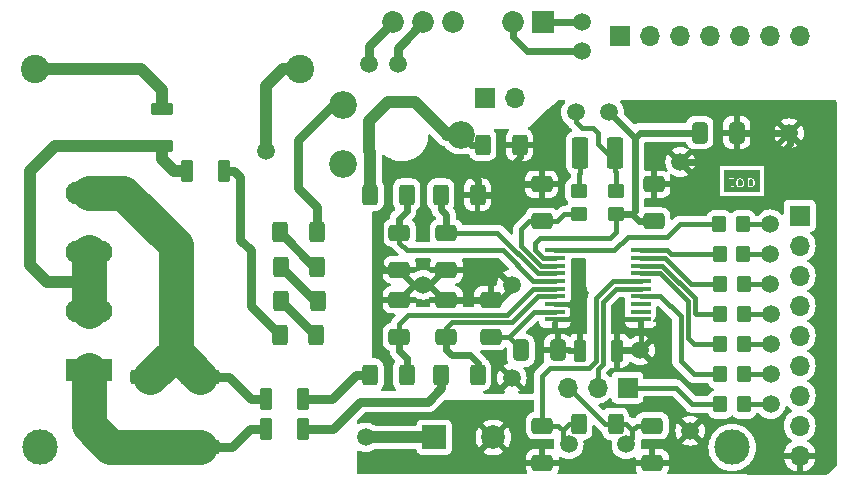
<source format=gbr>
%TF.GenerationSoftware,KiCad,Pcbnew,7.0.1*%
%TF.CreationDate,2023-03-19T11:24:42+01:00*%
%TF.ProjectId,breakout-board-power-measurement,62726561-6b6f-4757-942d-626f6172642d,rev?*%
%TF.SameCoordinates,Original*%
%TF.FileFunction,Copper,L1,Top*%
%TF.FilePolarity,Positive*%
%FSLAX46Y46*%
G04 Gerber Fmt 4.6, Leading zero omitted, Abs format (unit mm)*
G04 Created by KiCad (PCBNEW 7.0.1) date 2023-03-19 11:24:42*
%MOMM*%
%LPD*%
G01*
G04 APERTURE LIST*
G04 Aperture macros list*
%AMRoundRect*
0 Rectangle with rounded corners*
0 $1 Rounding radius*
0 $2 $3 $4 $5 $6 $7 $8 $9 X,Y pos of 4 corners*
0 Add a 4 corners polygon primitive as box body*
4,1,4,$2,$3,$4,$5,$6,$7,$8,$9,$2,$3,0*
0 Add four circle primitives for the rounded corners*
1,1,$1+$1,$2,$3*
1,1,$1+$1,$4,$5*
1,1,$1+$1,$6,$7*
1,1,$1+$1,$8,$9*
0 Add four rect primitives between the rounded corners*
20,1,$1+$1,$2,$3,$4,$5,0*
20,1,$1+$1,$4,$5,$6,$7,0*
20,1,$1+$1,$6,$7,$8,$9,0*
20,1,$1+$1,$8,$9,$2,$3,0*%
G04 Aperture macros list end*
%ADD10C,0.100000*%
%TA.AperFunction,ComponentPad*%
%ADD11R,1.700000X1.700000*%
%TD*%
%TA.AperFunction,ComponentPad*%
%ADD12O,1.700000X1.700000*%
%TD*%
%TA.AperFunction,ComponentPad*%
%ADD13C,1.500000*%
%TD*%
%TA.AperFunction,SMDPad,CuDef*%
%ADD14RoundRect,0.250000X1.425000X-0.362500X1.425000X0.362500X-1.425000X0.362500X-1.425000X-0.362500X0*%
%TD*%
%TA.AperFunction,SMDPad,CuDef*%
%ADD15RoundRect,0.250000X-0.400000X-0.625000X0.400000X-0.625000X0.400000X0.625000X-0.400000X0.625000X0*%
%TD*%
%TA.AperFunction,SMDPad,CuDef*%
%ADD16RoundRect,0.250000X0.700000X-0.275000X0.700000X0.275000X-0.700000X0.275000X-0.700000X-0.275000X0*%
%TD*%
%TA.AperFunction,SMDPad,CuDef*%
%ADD17RoundRect,0.250000X-0.275000X-0.700000X0.275000X-0.700000X0.275000X0.700000X-0.275000X0.700000X0*%
%TD*%
%TA.AperFunction,SMDPad,CuDef*%
%ADD18RoundRect,0.250000X0.412500X0.650000X-0.412500X0.650000X-0.412500X-0.650000X0.412500X-0.650000X0*%
%TD*%
%TA.AperFunction,SMDPad,CuDef*%
%ADD19RoundRect,0.250000X0.650000X-0.412500X0.650000X0.412500X-0.650000X0.412500X-0.650000X-0.412500X0*%
%TD*%
%TA.AperFunction,SMDPad,CuDef*%
%ADD20RoundRect,0.250000X-0.650000X0.412500X-0.650000X-0.412500X0.650000X-0.412500X0.650000X0.412500X0*%
%TD*%
%TA.AperFunction,SMDPad,CuDef*%
%ADD21RoundRect,0.250001X-0.462499X-1.074999X0.462499X-1.074999X0.462499X1.074999X-0.462499X1.074999X0*%
%TD*%
%TA.AperFunction,SMDPad,CuDef*%
%ADD22RoundRect,0.250000X-0.412500X-0.650000X0.412500X-0.650000X0.412500X0.650000X-0.412500X0.650000X0*%
%TD*%
%TA.AperFunction,SMDPad,CuDef*%
%ADD23RoundRect,0.250000X-0.350000X-0.450000X0.350000X-0.450000X0.350000X0.450000X-0.350000X0.450000X0*%
%TD*%
%TA.AperFunction,ComponentPad*%
%ADD24C,3.000000*%
%TD*%
%TA.AperFunction,SMDPad,CuDef*%
%ADD25RoundRect,0.250000X-0.450000X0.350000X-0.450000X-0.350000X0.450000X-0.350000X0.450000X0.350000X0*%
%TD*%
%TA.AperFunction,SMDPad,CuDef*%
%ADD26RoundRect,0.250000X0.400000X0.625000X-0.400000X0.625000X-0.400000X-0.625000X0.400000X-0.625000X0*%
%TD*%
%TA.AperFunction,SMDPad,CuDef*%
%ADD27R,1.651000X0.431800*%
%TD*%
%TA.AperFunction,ComponentPad*%
%ADD28C,2.340000*%
%TD*%
%TA.AperFunction,ComponentPad*%
%ADD29R,3.960000X1.980000*%
%TD*%
%TA.AperFunction,ComponentPad*%
%ADD30O,3.960000X1.980000*%
%TD*%
%TA.AperFunction,ComponentPad*%
%ADD31R,1.850000X1.850000*%
%TD*%
%TA.AperFunction,ComponentPad*%
%ADD32C,1.850000*%
%TD*%
%TA.AperFunction,ComponentPad*%
%ADD33R,2.000000X2.000000*%
%TD*%
%TA.AperFunction,ComponentPad*%
%ADD34C,2.000000*%
%TD*%
%TA.AperFunction,ComponentPad*%
%ADD35C,2.400000*%
%TD*%
%TA.AperFunction,Conductor*%
%ADD36C,0.400000*%
%TD*%
%TA.AperFunction,Conductor*%
%ADD37C,0.600000*%
%TD*%
%TA.AperFunction,Conductor*%
%ADD38C,0.250000*%
%TD*%
%TA.AperFunction,Conductor*%
%ADD39C,0.800000*%
%TD*%
%TA.AperFunction,Conductor*%
%ADD40C,1.000000*%
%TD*%
%TA.AperFunction,Conductor*%
%ADD41C,3.000000*%
%TD*%
G04 APERTURE END LIST*
D10*
G36*
X181675145Y-127649664D02*
G01*
X181711288Y-127685807D01*
X181750000Y-127763231D01*
X181750000Y-128025339D01*
X181711287Y-128102762D01*
X181675143Y-128138907D01*
X181597720Y-128177619D01*
X181430851Y-128177619D01*
X181373810Y-128149098D01*
X181373810Y-127639473D01*
X181430851Y-127610952D01*
X181597720Y-127610952D01*
X181675145Y-127649664D01*
G37*
G36*
X180770383Y-127649664D02*
G01*
X180806526Y-127685807D01*
X180845238Y-127763231D01*
X180845238Y-128025339D01*
X180806525Y-128102762D01*
X180770381Y-128138907D01*
X180692958Y-128177619D01*
X180573708Y-128177619D01*
X180496285Y-128138907D01*
X180460141Y-128102762D01*
X180421429Y-128025338D01*
X180421429Y-127763232D01*
X180460141Y-127685806D01*
X180496284Y-127649663D01*
X180573708Y-127610952D01*
X180692958Y-127610952D01*
X180770383Y-127649664D01*
G37*
G36*
X182308334Y-128642857D02*
G01*
X179291667Y-128642857D01*
X179291667Y-127568368D01*
X179653181Y-127568368D01*
X179665379Y-127595077D01*
X179690081Y-127610952D01*
X179797619Y-127610952D01*
X179797619Y-128082070D01*
X179796332Y-128093990D01*
X179800900Y-128103127D01*
X179803780Y-128112934D01*
X179807351Y-128116028D01*
X179844820Y-128190967D01*
X179844752Y-128192910D01*
X179851325Y-128203978D01*
X179853732Y-128208791D01*
X179854982Y-128210135D01*
X179859746Y-128218156D01*
X179864786Y-128220676D01*
X179868626Y-128224804D01*
X179877665Y-128227115D01*
X179965711Y-128271138D01*
X179975795Y-128277619D01*
X179986010Y-128277619D01*
X179996069Y-128279429D01*
X180000433Y-128277619D01*
X180092904Y-128277619D01*
X180113887Y-128271458D01*
X180133116Y-128249267D01*
X180137295Y-128220203D01*
X180125097Y-128193494D01*
X180100395Y-128177619D01*
X180002279Y-128177619D01*
X179932506Y-128142732D01*
X179897619Y-128072958D01*
X179897619Y-127757021D01*
X180319619Y-127757021D01*
X180321429Y-127761385D01*
X180321429Y-128034452D01*
X180320142Y-128046372D01*
X180324711Y-128055510D01*
X180327590Y-128065315D01*
X180331160Y-128068409D01*
X180371522Y-128149132D01*
X180373311Y-128157354D01*
X180383054Y-128167097D01*
X180392436Y-128177184D01*
X180393382Y-128177426D01*
X180426879Y-128210923D01*
X180431175Y-128218156D01*
X180443495Y-128224316D01*
X180455589Y-128230920D01*
X180456563Y-128230850D01*
X180537140Y-128271138D01*
X180547224Y-128277619D01*
X180557439Y-128277619D01*
X180567498Y-128279429D01*
X180571862Y-128277619D01*
X180702072Y-128277619D01*
X180713992Y-128278906D01*
X180723130Y-128274336D01*
X180732935Y-128271458D01*
X180736029Y-128267887D01*
X180816754Y-128227524D01*
X180824975Y-128225736D01*
X180834713Y-128215997D01*
X180844804Y-128206612D01*
X180845046Y-128205664D01*
X180878542Y-128172167D01*
X180885775Y-128167872D01*
X180891934Y-128155553D01*
X180898539Y-128143457D01*
X180898469Y-128142483D01*
X180938757Y-128061906D01*
X180945238Y-128051823D01*
X180945238Y-128041608D01*
X180947048Y-128031549D01*
X180945238Y-128027185D01*
X180945238Y-127754118D01*
X180946525Y-127742198D01*
X180941955Y-127733059D01*
X180939077Y-127723255D01*
X180935506Y-127720161D01*
X180895142Y-127639433D01*
X180893355Y-127631215D01*
X180883619Y-127621479D01*
X180874230Y-127611386D01*
X180873283Y-127611143D01*
X180872547Y-127610407D01*
X181271731Y-127610407D01*
X181273810Y-127616663D01*
X181273810Y-128179117D01*
X181273324Y-128192910D01*
X181273810Y-128193728D01*
X181273810Y-128568142D01*
X181279971Y-128589125D01*
X181302162Y-128608354D01*
X181331226Y-128612533D01*
X181357935Y-128600335D01*
X181373810Y-128575633D01*
X181373810Y-128260902D01*
X181394283Y-128271138D01*
X181404367Y-128277619D01*
X181414582Y-128277619D01*
X181424641Y-128279429D01*
X181429005Y-128277619D01*
X181606834Y-128277619D01*
X181618754Y-128278906D01*
X181627892Y-128274336D01*
X181637697Y-128271458D01*
X181640791Y-128267887D01*
X181721516Y-128227524D01*
X181729737Y-128225736D01*
X181739475Y-128215997D01*
X181749566Y-128206612D01*
X181749808Y-128205664D01*
X181783304Y-128172167D01*
X181790537Y-128167872D01*
X181796696Y-128155553D01*
X181803301Y-128143457D01*
X181803231Y-128142483D01*
X181843519Y-128061906D01*
X181850000Y-128051823D01*
X181850000Y-128041608D01*
X181851810Y-128031549D01*
X181850000Y-128027185D01*
X181850000Y-127754118D01*
X181851287Y-127742198D01*
X181846717Y-127733059D01*
X181843839Y-127723255D01*
X181840268Y-127720161D01*
X181799904Y-127639433D01*
X181798117Y-127631215D01*
X181788381Y-127621479D01*
X181778992Y-127611386D01*
X181778045Y-127611143D01*
X181744548Y-127577647D01*
X181740253Y-127570415D01*
X181727936Y-127564256D01*
X181715840Y-127557651D01*
X181714864Y-127557720D01*
X181634288Y-127517432D01*
X181624205Y-127510952D01*
X181613990Y-127510952D01*
X181603931Y-127509142D01*
X181599567Y-127510952D01*
X181421738Y-127510952D01*
X181409818Y-127509665D01*
X181400679Y-127514234D01*
X181390875Y-127517113D01*
X181387781Y-127520683D01*
X181366163Y-127531492D01*
X181345458Y-127513550D01*
X181316394Y-127509371D01*
X181289685Y-127521569D01*
X181273810Y-127546271D01*
X181273810Y-127602278D01*
X181271731Y-127610407D01*
X180872547Y-127610407D01*
X180839786Y-127577647D01*
X180835491Y-127570415D01*
X180823174Y-127564256D01*
X180811078Y-127557651D01*
X180810102Y-127557720D01*
X180729526Y-127517432D01*
X180719443Y-127510952D01*
X180709228Y-127510952D01*
X180699169Y-127509142D01*
X180694805Y-127510952D01*
X180564595Y-127510952D01*
X180552675Y-127509665D01*
X180543536Y-127514234D01*
X180533732Y-127517113D01*
X180530638Y-127520683D01*
X180449910Y-127561047D01*
X180441692Y-127562835D01*
X180431956Y-127572570D01*
X180421863Y-127581960D01*
X180421620Y-127582906D01*
X180388124Y-127616403D01*
X180380892Y-127620699D01*
X180374733Y-127633015D01*
X180368128Y-127645112D01*
X180368197Y-127646087D01*
X180327909Y-127726663D01*
X180321429Y-127736747D01*
X180321429Y-127746962D01*
X180319619Y-127757021D01*
X179897619Y-127757021D01*
X179897619Y-127610952D01*
X180092904Y-127610952D01*
X180113887Y-127604791D01*
X180133116Y-127582600D01*
X180137295Y-127553536D01*
X180125097Y-127526827D01*
X180100395Y-127510952D01*
X179897619Y-127510952D01*
X179897619Y-127220429D01*
X179891458Y-127199446D01*
X179869267Y-127180217D01*
X179840203Y-127176038D01*
X179813494Y-127188236D01*
X179797619Y-127212938D01*
X179797619Y-127510952D01*
X179697572Y-127510952D01*
X179676589Y-127517113D01*
X179657360Y-127539304D01*
X179653181Y-127568368D01*
X179291667Y-127568368D01*
X179291667Y-126807143D01*
X182308334Y-126807143D01*
X182308334Y-128642857D01*
G37*
D11*
%TO.P,J2,1,Pin_1*%
%TO.N,/~{RESET}_*%
X185674000Y-130683000D03*
D12*
%TO.P,J2,2,Pin_2*%
%TO.N,/SDO_*%
X185674000Y-133223000D03*
%TO.P,J2,3,Pin_3*%
%TO.N,/SDI_*%
X185674000Y-135763000D03*
%TO.P,J2,4,Pin_4*%
%TO.N,/SCK_*%
X185674000Y-138303000D03*
%TO.P,J2,5,Pin_5*%
%TO.N,/~{CS}_*%
X185674000Y-140843000D03*
%TO.P,J2,6,Pin_6*%
%TO.N,/~{DR}_*%
X185674000Y-143383000D03*
%TO.P,J2,7,Pin_7*%
%TO.N,/OSC1_ext_*%
X185674000Y-145923000D03*
%TO.P,J2,8,Pin_8*%
%TO.N,/3V3D*%
X185674000Y-148463000D03*
%TO.P,J2,9,Pin_9*%
%TO.N,GNDD*%
X185674000Y-151003000D03*
%TD*%
D13*
%TO.P,TP19,1,1*%
%TO.N,/~{CS}_*%
X183210200Y-141554200D03*
%TD*%
D14*
%TO.P,R6,1*%
%TO.N,/current_neg*%
X130690000Y-150250000D03*
%TO.P,R6,2*%
%TO.N,/current_pos*%
X130690000Y-144325000D03*
%TD*%
D15*
%TO.P,R4,1*%
%TO.N,Net-(R3-Pad2)*%
X141722000Y-135000000D03*
%TO.P,R4,2*%
%TO.N,Net-(R4-Pad2)*%
X144822000Y-135000000D03*
%TD*%
D16*
%TO.P,L4,1*%
%TO.N,HIGH_in*%
X131699000Y-124765000D03*
%TO.P,L4,2*%
%TO.N,Net-(C10-Pad1)*%
X131699000Y-121615000D03*
%TD*%
D17*
%TO.P,L5,1*%
%TO.N,GNDA*%
X167081000Y-142113000D03*
%TO.P,L5,2*%
%TO.N,GNDD*%
X170231000Y-142113000D03*
%TD*%
%TO.P,L1,1*%
%TO.N,HIGH_in*%
X133807000Y-126873000D03*
%TO.P,L1,2*%
%TO.N,Net-(L1-Pad2)*%
X136957000Y-126873000D03*
%TD*%
D13*
%TO.P,TP22,1,1*%
%TO.N,/LM317_Vin*%
X148950000Y-149450000D03*
%TD*%
D18*
%TO.P,C7,1*%
%TO.N,GNDA*%
X165189300Y-142087600D03*
%TO.P,C7,2*%
%TO.N,Net-(U1-REFIN+{slash}OUT)*%
X162064300Y-142087600D03*
%TD*%
D13*
%TO.P,TP18,1,1*%
%TO.N,/SCK_*%
X183210200Y-139039600D03*
%TD*%
D17*
%TO.P,L2,1*%
%TO.N,/current_pos*%
X140475000Y-146177000D03*
%TO.P,L2,2*%
%TO.N,Net-(L2-Pad2)*%
X143625000Y-146177000D03*
%TD*%
D11*
%TO.P,J3,1,Pin_1*%
%TO.N,Net-(J3-Pin_1)*%
X170434000Y-115443000D03*
D12*
%TO.P,J3,2,Pin_2*%
%TO.N,Net-(J3-Pin_2)*%
X172974000Y-115443000D03*
%TO.P,J3,3,Pin_3*%
%TO.N,Net-(J3-Pin_3)*%
X175514000Y-115443000D03*
%TO.P,J3,4,Pin_4*%
%TO.N,Net-(J3-Pin_4)*%
X178054000Y-115443000D03*
%TO.P,J3,5,Pin_5*%
%TO.N,Net-(J3-Pin_5)*%
X180594000Y-115443000D03*
%TO.P,J3,6,Pin_6*%
%TO.N,Net-(J3-Pin_6)*%
X183134000Y-115443000D03*
%TO.P,J3,7,Pin_7*%
%TO.N,Net-(J3-Pin_7)*%
X185674000Y-115443000D03*
%TD*%
D15*
%TO.P,R12,1*%
%TO.N,Net-(L2-Pad2)*%
X149300000Y-144145000D03*
%TO.P,R12,2*%
%TO.N,/CH1+*%
X152400000Y-144145000D03*
%TD*%
D19*
%TO.P,C9,1*%
%TO.N,/3V3A*%
X163830000Y-131153298D03*
%TO.P,C9,2*%
%TO.N,GNDA*%
X163830000Y-128028298D03*
%TD*%
D20*
%TO.P,C2,1*%
%TO.N,/OSC2*%
X163884000Y-148463200D03*
%TO.P,C2,2*%
%TO.N,GNDD*%
X163884000Y-151588200D03*
%TD*%
D13*
%TO.P,TP20,1,1*%
%TO.N,/~{DR}_*%
X183210200Y-144094200D03*
%TD*%
D11*
%TO.P,J4,1,Pin_1*%
%TO.N,/5V_ext*%
X159024000Y-120752000D03*
D12*
%TO.P,J4,2,Pin_2*%
%TO.N,/GND_ext*%
X161564000Y-120752000D03*
%TD*%
D21*
%TO.P,FB1,1*%
%TO.N,Net-(FB1-Pad1)*%
X167087500Y-125350000D03*
%TO.P,FB1,2*%
%TO.N,+3.3V*%
X170062500Y-125350000D03*
%TD*%
D20*
%TO.P,C6,1*%
%TO.N,GNDA*%
X155752800Y-137795000D03*
%TO.P,C6,2*%
%TO.N,/CH1-*%
X155752800Y-140920000D03*
%TD*%
D22*
%TO.P,C12,1*%
%TO.N,/3V3D*%
X177202700Y-123647200D03*
%TO.P,C12,2*%
%TO.N,GNDD*%
X180327700Y-123647200D03*
%TD*%
D13*
%TO.P,TP11,1,1*%
%TO.N,GNDD*%
X151625000Y-117850000D03*
%TD*%
D23*
%TO.P,R15,1*%
%TO.N,/~{RESET}*%
X178866108Y-131394200D03*
%TO.P,R15,2*%
%TO.N,/~{RESET}_*%
X180866108Y-131394200D03*
%TD*%
D24*
%TO.P,TP23,1,1*%
%TO.N,unconnected-(TP23-Pad1)*%
X121325000Y-150300000D03*
%TD*%
D25*
%TO.P,R20,1*%
%TO.N,+3.3V*%
X170153066Y-128564800D03*
%TO.P,R20,2*%
%TO.N,/3V3D*%
X170153066Y-130564800D03*
%TD*%
D23*
%TO.P,R17,1*%
%TO.N,/SDI*%
X178927446Y-136504554D03*
%TO.P,R17,2*%
%TO.N,/SDI_*%
X180927446Y-136504554D03*
%TD*%
D13*
%TO.P,TP13,1,1*%
%TO.N,GNDD*%
X175564800Y-126136400D03*
%TD*%
%TO.P,TP7,1,1*%
%TO.N,/3V3D*%
X169545000Y-121925000D03*
%TD*%
D17*
%TO.P,L3,1*%
%TO.N,/current_neg*%
X140475000Y-148717000D03*
%TO.P,L3,2*%
%TO.N,Net-(L3-Pad2)*%
X143625000Y-148717000D03*
%TD*%
D14*
%TO.P,R7,1*%
%TO.N,/current_neg*%
X134900000Y-150250000D03*
%TO.P,R7,2*%
%TO.N,/current_pos*%
X134900000Y-144325000D03*
%TD*%
D19*
%TO.P,C4,1*%
%TO.N,GNDA*%
X155752800Y-135255000D03*
%TO.P,C4,2*%
%TO.N,/CH0+*%
X155752800Y-132130000D03*
%TD*%
D15*
%TO.P,R5,1*%
%TO.N,Net-(R4-Pad2)*%
X141680000Y-132100000D03*
%TO.P,R5,2*%
%TO.N,Net-(R5-Pad2)*%
X144780000Y-132100000D03*
%TD*%
D19*
%TO.P,C11,1*%
%TO.N,/3V3D*%
X173329600Y-131144632D03*
%TO.P,C11,2*%
%TO.N,GNDD*%
X173329600Y-128019632D03*
%TD*%
D23*
%TO.P,R19,1*%
%TO.N,/OSC1_ext*%
X178953446Y-146664554D03*
%TO.P,R19,2*%
%TO.N,/OSC1_ext_*%
X180953446Y-146664554D03*
%TD*%
D15*
%TO.P,R13,1*%
%TO.N,Net-(L3-Pad2)*%
X155295000Y-144145000D03*
%TO.P,R13,2*%
%TO.N,/CH1-*%
X158395000Y-144145000D03*
%TD*%
D25*
%TO.P,R14,1*%
%TO.N,Net-(FB1-Pad1)*%
X167006533Y-128573466D03*
%TO.P,R14,2*%
%TO.N,/3V3A*%
X167006533Y-130573466D03*
%TD*%
D24*
%TO.P,TP24,1,1*%
%TO.N,unconnected-(TP24-Pad1)*%
X179950000Y-150300000D03*
%TD*%
D20*
%TO.P,C8,1*%
%TO.N,GNDA*%
X159512000Y-137795000D03*
%TO.P,C8,2*%
%TO.N,Net-(U1-REFIN+{slash}OUT)*%
X159512000Y-140920000D03*
%TD*%
D13*
%TO.P,TP1,1,1*%
%TO.N,/5V_ext*%
X167259000Y-114300000D03*
%TD*%
D26*
%TO.P,R10,1*%
%TO.N,GNDA*%
X158395000Y-128905000D03*
%TO.P,R10,2*%
%TO.N,/CH0+*%
X155295000Y-128905000D03*
%TD*%
D13*
%TO.P,TP4,1,1*%
%TO.N,/LM317_Vin*%
X149225000Y-117850000D03*
%TD*%
D15*
%TO.P,R11,1*%
%TO.N,/voltage_pos*%
X149300000Y-128905000D03*
%TO.P,R11,2*%
%TO.N,/CH0-*%
X152400000Y-128905000D03*
%TD*%
D13*
%TO.P,TP21,1,1*%
%TO.N,/OSC1_ext_*%
X183210200Y-146634200D03*
%TD*%
%TO.P,TP16,1,1*%
%TO.N,/SDO_*%
X183184800Y-133934200D03*
%TD*%
D15*
%TO.P,R3,1*%
%TO.N,Net-(R2-Pad2)*%
X141764000Y-137900000D03*
%TO.P,R3,2*%
%TO.N,Net-(R3-Pad2)*%
X144864000Y-137900000D03*
%TD*%
D23*
%TO.P,R16,1*%
%TO.N,/~{DR}*%
X178927446Y-144124554D03*
%TO.P,R16,2*%
%TO.N,/~{DR}_*%
X180927446Y-144124554D03*
%TD*%
D15*
%TO.P,R2,1*%
%TO.N,Net-(L1-Pad2)*%
X141638000Y-140800000D03*
%TO.P,R2,2*%
%TO.N,Net-(R2-Pad2)*%
X144738000Y-140800000D03*
%TD*%
D13*
%TO.P,TP14,1,1*%
%TO.N,GNDD*%
X176403000Y-148894800D03*
%TD*%
%TO.P,TP15,1,1*%
%TO.N,/~{RESET}_*%
X183184800Y-131394200D03*
%TD*%
%TO.P,TP17,1,1*%
%TO.N,/SDI_*%
X183184800Y-136499600D03*
%TD*%
%TO.P,TP12,1,1*%
%TO.N,GNDD*%
X172186600Y-142087600D03*
%TD*%
D23*
%TO.P,R22,1*%
%TO.N,/~{CS}*%
X178927446Y-141584554D03*
%TO.P,R22,2*%
%TO.N,/~{CS}_*%
X180927446Y-141584554D03*
%TD*%
D13*
%TO.P,TP5,1,1*%
%TO.N,/x_cap_out*%
X140462000Y-125222000D03*
%TD*%
D23*
%TO.P,R21,1*%
%TO.N,/SDO*%
X178902046Y-133939154D03*
%TO.P,R21,2*%
%TO.N,/SDO_*%
X180902046Y-133939154D03*
%TD*%
D13*
%TO.P,TP9,1,1*%
%TO.N,GNDA*%
X161275000Y-136525000D03*
%TD*%
D23*
%TO.P,R18,1*%
%TO.N,/SCK*%
X178927446Y-139044554D03*
%TO.P,R18,2*%
%TO.N,/SCK_*%
X180927446Y-139044554D03*
%TD*%
D26*
%TO.P,R1,1*%
%TO.N,/OSC1*%
X170078400Y-148298500D03*
%TO.P,R1,2*%
%TO.N,/OSC2*%
X166978400Y-148298500D03*
%TD*%
D13*
%TO.P,TP10,1,1*%
%TO.N,GNDA*%
X161290000Y-144424400D03*
%TD*%
%TO.P,TP6,1,1*%
%TO.N,+3.3V*%
X166725000Y-121925000D03*
%TD*%
D27*
%TO.P,U1,1,\u002ARESET*%
%TO.N,/~{RESET}*%
X164947600Y-133600000D03*
%TO.P,U1,2,DVDD*%
%TO.N,/3V3D*%
X164947600Y-134250001D03*
%TO.P,U1,3,AVDD*%
%TO.N,/3V3A*%
X164947600Y-134899999D03*
%TO.P,U1,4,CH0+*%
%TO.N,/CH0+*%
X164947600Y-135550001D03*
%TO.P,U1,5,CH0-*%
%TO.N,/CH0-*%
X164947600Y-136199999D03*
%TO.P,U1,6,CH1-*%
%TO.N,/CH1+*%
X164947600Y-136849998D03*
%TO.P,U1,7,CH1+*%
%TO.N,/CH1-*%
X164947600Y-137499999D03*
%TO.P,U1,8,AGND*%
%TO.N,GNDA*%
X164947600Y-138149998D03*
%TO.P,U1,9,REFIN+/OUT*%
%TO.N,Net-(U1-REFIN+{slash}OUT)*%
X164947600Y-138799999D03*
%TO.P,U1,10,REFIN-*%
%TO.N,GNDA*%
X164947600Y-139449998D03*
%TO.P,U1,11,DGND*%
%TO.N,GNDD*%
X172212000Y-139450000D03*
%TO.P,U1,12,MDAT1*%
%TO.N,unconnected-(U1-MDAT1-Pad12)*%
X172212000Y-138800002D03*
%TO.P,U1,13,MDAT0*%
%TO.N,unconnected-(U1-MDAT0-Pad13)*%
X172212000Y-138150001D03*
%TO.P,U1,14,\u002ADR*%
%TO.N,/~{DR}*%
X172212000Y-137500002D03*
%TO.P,U1,15,OSC1/CLKI*%
%TO.N,Net-(JP1-C)*%
X172212000Y-136850001D03*
%TO.P,U1,16,OSC2*%
%TO.N,/OSC2*%
X172212000Y-136200002D03*
%TO.P,U1,17,\u002ACS*%
%TO.N,/~{CS}*%
X172212000Y-135550001D03*
%TO.P,U1,18,SCK*%
%TO.N,/SCK*%
X172212000Y-134900002D03*
%TO.P,U1,19,SDO*%
%TO.N,/SDI*%
X172212000Y-134250001D03*
%TO.P,U1,20,SDI*%
%TO.N,/SDO*%
X172212000Y-133600002D03*
%TD*%
D13*
%TO.P,TP2,1,1*%
%TO.N,/GND_ext*%
X167259000Y-116713000D03*
%TD*%
%TO.P,TP8,1,1*%
%TO.N,GNDA*%
X153797000Y-136525000D03*
%TD*%
D15*
%TO.P,R9,1*%
%TO.N,/voltage_pos*%
X158850400Y-124670800D03*
%TO.P,R9,2*%
%TO.N,GNDA*%
X161950400Y-124670800D03*
%TD*%
D19*
%TO.P,C5,1*%
%TO.N,/CH1+*%
X151765000Y-140920000D03*
%TO.P,C5,2*%
%TO.N,GNDA*%
X151765000Y-137795000D03*
%TD*%
D13*
%TO.P,TP3,1,1*%
%TO.N,GNDD*%
X184785000Y-123698000D03*
%TD*%
D20*
%TO.P,C3,1*%
%TO.N,/CH0-*%
X151765000Y-132130000D03*
%TO.P,C3,2*%
%TO.N,GNDA*%
X151765000Y-135255000D03*
%TD*%
%TO.P,C1,1*%
%TO.N,/OSC1*%
X173180400Y-148463200D03*
%TO.P,C1,2*%
%TO.N,GNDD*%
X173180400Y-151588200D03*
%TD*%
D28*
%TO.P,R8,1*%
%TO.N,Net-(R5-Pad2)*%
X146972000Y-121324600D03*
%TO.P,R8,2*%
%TO.N,/voltage_pos*%
X156972000Y-123824600D03*
%TO.P,R8,3*%
%TO.N,N/C*%
X146972000Y-126324600D03*
%TD*%
D29*
%TO.P,J1,1,Pin_1*%
%TO.N,/current_neg*%
X125476000Y-143764000D03*
D30*
%TO.P,J1,2,Pin_2*%
%TO.N,HIGH_in*%
X125476000Y-138764000D03*
%TO.P,J1,3,Pin_3*%
X125476000Y-133764000D03*
%TO.P,J1,4,Pin_4*%
%TO.N,/current_pos*%
X125476000Y-128764000D03*
%TD*%
D31*
%TO.P,PS1,1,+Vin*%
%TO.N,/5V_ext*%
X163957000Y-114300000D03*
D32*
%TO.P,PS1,2,-Vin*%
%TO.N,/GND_ext*%
X161417000Y-114300000D03*
%TO.P,PS1,4,-Vout*%
%TO.N,unconnected-(PS1--Vout-Pad4)*%
X156337000Y-114300000D03*
%TO.P,PS1,5,0V*%
%TO.N,GNDD*%
X153797000Y-114300000D03*
%TO.P,PS1,6,+Vout*%
%TO.N,/LM317_Vin*%
X151257000Y-114300000D03*
%TD*%
D33*
%TO.P,C13,1*%
%TO.N,/LM317_Vin*%
X154732323Y-149450000D03*
D34*
%TO.P,C13,2*%
%TO.N,GNDD*%
X159732323Y-149450000D03*
%TD*%
D11*
%TO.P,JP1,1,A*%
%TO.N,/OSC1_ext*%
X171094400Y-145237200D03*
D12*
%TO.P,JP1,2,C*%
%TO.N,Net-(JP1-C)*%
X168554400Y-145237200D03*
%TO.P,JP1,3,B*%
%TO.N,/OSC1*%
X166014400Y-145237200D03*
%TD*%
D35*
%TO.P,C10,1*%
%TO.N,Net-(C10-Pad1)*%
X120904000Y-118237000D03*
%TO.P,C10,2*%
%TO.N,/x_cap_out*%
X143404000Y-118237000D03*
%TD*%
D13*
%TO.P,Y1,1,1*%
%TO.N,/OSC1*%
X170996000Y-150025700D03*
%TO.P,Y1,2,2*%
%TO.N,/OSC2*%
X166116000Y-150025700D03*
%TD*%
D36*
%TO.N,/CH0-*%
X164947600Y-136199999D02*
X163123999Y-136199999D01*
D37*
X152400000Y-128905000D02*
X152400000Y-130302000D01*
X151765000Y-130937000D02*
X151765000Y-132130000D01*
X152400000Y-130302000D02*
X151765000Y-130937000D01*
D36*
X152400000Y-133604000D02*
X151765000Y-132969000D01*
X160528000Y-133604000D02*
X152400000Y-133604000D01*
X163123999Y-136199999D02*
X160528000Y-133604000D01*
X151765000Y-132969000D02*
X151765000Y-132130000D01*
D37*
%TO.N,GNDA*%
X158369600Y-128879600D02*
X158395000Y-128905000D01*
X161950400Y-125730000D02*
X161950400Y-124670800D01*
D36*
X164947600Y-139449998D02*
X166112002Y-139449998D01*
D37*
X150876000Y-127762000D02*
X151587200Y-127050800D01*
X158369600Y-126466000D02*
X161214400Y-126466000D01*
D36*
X164947600Y-139449998D02*
X164947600Y-140360400D01*
D37*
X150876000Y-130048000D02*
X150876000Y-127762000D01*
D36*
X165201600Y-140614400D02*
X165189300Y-140626700D01*
D37*
X159512000Y-137795000D02*
X160274000Y-137795000D01*
X155575000Y-137795000D02*
X154305000Y-136525000D01*
D36*
X166112002Y-139449998D02*
X166370000Y-139192000D01*
X166370000Y-139192000D02*
X166370000Y-138430000D01*
D37*
X150114000Y-134874000D02*
X150114000Y-130810000D01*
X155752800Y-135255000D02*
X155575000Y-135255000D01*
D36*
X165189300Y-140626700D02*
X165189300Y-142087600D01*
D37*
X157784800Y-127050800D02*
X158395000Y-127661000D01*
X161785702Y-128028298D02*
X163830000Y-128028298D01*
X158369600Y-126466000D02*
X157784800Y-127050800D01*
X150495000Y-135255000D02*
X150114000Y-134874000D01*
D36*
X164947600Y-140360400D02*
X165201600Y-140614400D01*
X166370000Y-138430000D02*
X166089998Y-138149998D01*
D37*
X151765000Y-135255000D02*
X150495000Y-135255000D01*
X161214400Y-126466000D02*
X161950400Y-125730000D01*
D36*
X166089998Y-138149998D02*
X164947600Y-138149998D01*
D37*
X158395000Y-128905000D02*
X160909000Y-128905000D01*
X160274000Y-137795000D02*
X161544000Y-136525000D01*
X151765000Y-135255000D02*
X153035000Y-136525000D01*
X160909000Y-128905000D02*
X161785702Y-128028298D01*
X155752800Y-137795000D02*
X155575000Y-137795000D01*
X155752800Y-137795000D02*
X159512000Y-137795000D01*
X151765000Y-137795000D02*
X153035000Y-136525000D01*
X150114000Y-130810000D02*
X150876000Y-130048000D01*
X151587200Y-127050800D02*
X157784800Y-127050800D01*
X154305000Y-136525000D02*
X153797000Y-136525000D01*
D38*
X164947600Y-141845900D02*
X165189300Y-142087600D01*
D37*
X153797000Y-136525000D02*
X153035000Y-136525000D01*
X158395000Y-127661000D02*
X158395000Y-128905000D01*
X155575000Y-135255000D02*
X154305000Y-136525000D01*
%TO.N,/CH0+*%
X155295000Y-130149000D02*
X155752800Y-130606800D01*
D36*
X160070000Y-132130000D02*
X155752800Y-132130000D01*
X163490001Y-135550001D02*
X160070000Y-132130000D01*
X164947600Y-135550001D02*
X163490001Y-135550001D01*
D37*
X155752800Y-130606800D02*
X155752800Y-132130000D01*
X155295000Y-128905000D02*
X155295000Y-130149000D01*
D36*
%TO.N,/CH1+*%
X152492000Y-139100000D02*
X151765000Y-139827000D01*
X164947600Y-136849998D02*
X163124002Y-136849998D01*
X163124002Y-136849998D02*
X160874000Y-139100000D01*
X160874000Y-139100000D02*
X152492000Y-139100000D01*
D37*
X152400000Y-142748000D02*
X151765000Y-142113000D01*
D36*
X151765000Y-139827000D02*
X151765000Y-140920000D01*
D37*
X152400000Y-144145000D02*
X152400000Y-142748000D01*
X151765000Y-142113000D02*
X151765000Y-140920000D01*
%TO.N,/CH1-*%
X158395000Y-143155000D02*
X157734000Y-142494000D01*
D36*
X155752800Y-140157200D02*
X155752800Y-140920000D01*
X156210000Y-139700000D02*
X155752800Y-140157200D01*
X163490001Y-137499999D02*
X161290000Y-139700000D01*
X164947600Y-137499999D02*
X163490001Y-137499999D01*
D37*
X155752800Y-142036800D02*
X155752800Y-140920000D01*
X156210000Y-142494000D02*
X155752800Y-142036800D01*
X157734000Y-142494000D02*
X156210000Y-142494000D01*
D36*
X161290000Y-139700000D02*
X156210000Y-139700000D01*
D37*
X158395000Y-144145000D02*
X158395000Y-143155000D01*
D36*
%TO.N,Net-(U1-REFIN+{slash}OUT)*%
X161848800Y-141682800D02*
X161086000Y-140920000D01*
X164947600Y-138799999D02*
X163206001Y-138799999D01*
X161086000Y-140920000D02*
X159512000Y-140920000D01*
X163206001Y-138799999D02*
X161086000Y-140920000D01*
%TO.N,/OSC1*%
X170078400Y-148298500D02*
X169190700Y-148298500D01*
X166383400Y-145491200D02*
X166014400Y-145491200D01*
X169190700Y-148298500D02*
X166383400Y-145491200D01*
X170090700Y-148286200D02*
X170078400Y-148298500D01*
X170996000Y-150025700D02*
X170997650Y-150025700D01*
X170948050Y-148310600D02*
X170123150Y-148310600D01*
X171493550Y-148856100D02*
X170948050Y-148310600D01*
X171874350Y-148475300D02*
X173217550Y-148475300D01*
X171493550Y-148856100D02*
X171874350Y-148475300D01*
X171493550Y-149529800D02*
X171493550Y-148856100D01*
X170997650Y-150025700D02*
X171493550Y-149529800D01*
D37*
%TO.N,GNDD*%
X172110400Y-142087600D02*
X170256400Y-142087600D01*
X183388000Y-126111000D02*
X184861200Y-124637800D01*
D39*
X151625000Y-117850000D02*
X151625000Y-116472000D01*
D36*
X163884000Y-151588200D02*
X173180400Y-151588200D01*
X170633200Y-139450000D02*
X170231000Y-139852200D01*
D37*
X184861200Y-124637800D02*
X184861200Y-123647200D01*
X184861200Y-123647200D02*
X180327700Y-123647200D01*
D39*
X151625000Y-116472000D02*
X153797000Y-114300000D01*
D36*
X172212000Y-141986000D02*
X172110400Y-142087600D01*
X172212000Y-139450000D02*
X172212000Y-141986000D01*
X172212000Y-139450000D02*
X170633200Y-139450000D01*
D37*
X175514000Y-126111000D02*
X183388000Y-126111000D01*
D36*
X170231000Y-139852200D02*
X170231000Y-142113000D01*
D37*
X170256400Y-142087600D02*
X170231000Y-142113000D01*
D36*
%TO.N,/OSC2*%
X168402000Y-137668000D02*
X169869998Y-136200002D01*
X165608000Y-148844000D02*
X165227200Y-148463200D01*
X169869998Y-136200002D02*
X172212000Y-136200002D01*
X163884000Y-148463200D02*
X163884000Y-144218000D01*
X165608000Y-149517700D02*
X165608000Y-148844000D01*
X166153500Y-148298500D02*
X166978400Y-148298500D01*
X164541200Y-143560800D02*
X167843200Y-143560800D01*
X166116000Y-150025700D02*
X165608000Y-149517700D01*
X163884000Y-144218000D02*
X164541200Y-143560800D01*
X165227200Y-148463200D02*
X163884000Y-148463200D01*
X165608000Y-148844000D02*
X166153500Y-148298500D01*
X168402000Y-143002000D02*
X168402000Y-137668000D01*
X167843200Y-143560800D02*
X168402000Y-143002000D01*
%TO.N,/3V3A*%
X162102800Y-131826000D02*
X162775500Y-131153300D01*
X165736534Y-130573466D02*
X167006533Y-130573466D01*
X165156702Y-131153298D02*
X165736534Y-130573466D01*
X163830000Y-131153298D02*
X165156702Y-131153298D01*
X164947600Y-134899999D02*
X163756198Y-134899999D01*
X163756198Y-134899999D02*
X162102800Y-133246601D01*
X162102800Y-133246601D02*
X162102800Y-131826000D01*
X163829998Y-131153300D02*
X163830000Y-131153298D01*
X162775500Y-131153300D02*
X163829998Y-131153300D01*
%TO.N,/3V3D*%
X169621200Y-132588000D02*
X170153066Y-132056134D01*
X164947600Y-134250001D02*
X163954728Y-134250001D01*
X170153066Y-132056134D02*
X170153066Y-130564800D01*
X163677600Y-132588000D02*
X169621200Y-132588000D01*
D37*
X171465200Y-130564800D02*
X170153066Y-130564800D01*
X172140800Y-123647200D02*
X171704000Y-124084000D01*
X173329600Y-131144632D02*
X172045032Y-131144632D01*
D36*
X163271200Y-133566473D02*
X163271200Y-132994400D01*
D37*
X171704000Y-124084000D02*
X169545000Y-121925000D01*
D36*
X163954728Y-134250001D02*
X163271200Y-133566473D01*
D37*
X171704000Y-124084000D02*
X171704000Y-130326000D01*
X172045032Y-131144632D02*
X171465200Y-130564800D01*
X177202700Y-123647200D02*
X172140800Y-123647200D01*
D36*
X163271200Y-132994400D02*
X163677600Y-132588000D01*
D37*
X171704000Y-130326000D02*
X171465200Y-130564800D01*
D40*
%TO.N,Net-(C10-Pad1)*%
X131699000Y-121615000D02*
X131699000Y-120015000D01*
X131699000Y-120015000D02*
X129921000Y-118237000D01*
X129921000Y-118237000D02*
X120904000Y-118237000D01*
%TO.N,/x_cap_out*%
X140462000Y-125222000D02*
X140462000Y-119684800D01*
X141909800Y-118237000D02*
X140462000Y-119684800D01*
X141909800Y-118237000D02*
X143404000Y-118237000D01*
X143838000Y-118237000D02*
X141909800Y-118237000D01*
%TO.N,/LM317_Vin*%
X148950000Y-149450000D02*
X154732323Y-149450000D01*
D39*
X149225000Y-116332000D02*
X151257000Y-114300000D01*
X149225000Y-117850000D02*
X149225000Y-116332000D01*
D36*
%TO.N,Net-(FB1-Pad1)*%
X167006533Y-128573466D02*
X167006533Y-127143467D01*
X167006533Y-127143467D02*
X167087500Y-127062500D01*
X167087500Y-127062500D02*
X167087500Y-124525000D01*
%TO.N,+3.3V*%
X168575000Y-124600000D02*
X169325000Y-125350000D01*
X170062500Y-126912500D02*
X170062500Y-124525000D01*
X168200000Y-123275000D02*
X168575000Y-123650000D01*
X167250000Y-123275000D02*
X168200000Y-123275000D01*
X170153066Y-127003066D02*
X170062500Y-126912500D01*
X166725000Y-122750000D02*
X167250000Y-123275000D01*
X168575000Y-123650000D02*
X168575000Y-124600000D01*
X170153066Y-128564800D02*
X170153066Y-127003066D01*
X166725000Y-121925000D02*
X166725000Y-122750000D01*
X169325000Y-125350000D02*
X170062500Y-125350000D01*
D40*
%TO.N,HIGH_in*%
X132715000Y-126873000D02*
X133807000Y-126873000D01*
X121920000Y-136271000D02*
X125476000Y-136271000D01*
X122631000Y-124765000D02*
X120523000Y-126873000D01*
D41*
X125476000Y-133764000D02*
X125476000Y-138764000D01*
D40*
X131699000Y-125857000D02*
X132715000Y-126873000D01*
X120523000Y-126873000D02*
X120523000Y-134874000D01*
X131699000Y-124765000D02*
X122631000Y-124765000D01*
X120523000Y-134874000D02*
X121920000Y-136271000D01*
X131699000Y-124765000D02*
X131699000Y-125857000D01*
D36*
%TO.N,/~{RESET}_*%
X183159400Y-131394200D02*
X183184800Y-131368800D01*
X181416108Y-131394200D02*
X183159400Y-131394200D01*
%TO.N,/SDO_*%
X181452046Y-133939154D02*
X183113554Y-133939154D01*
%TO.N,/SDI_*%
X181477446Y-136504554D02*
X183129046Y-136504554D01*
%TO.N,/SCK_*%
X181477446Y-139044554D02*
X183129046Y-139044554D01*
%TO.N,/~{CS}_*%
X183179846Y-141584554D02*
X183184800Y-141579600D01*
X181477446Y-141584554D02*
X183179846Y-141584554D01*
%TO.N,/~{DR}_*%
X183179846Y-144124554D02*
X183184800Y-144119600D01*
X181477446Y-144124554D02*
X183179846Y-144124554D01*
%TO.N,/OSC1_ext_*%
X183179846Y-146664554D02*
X183184800Y-146659600D01*
X181503446Y-146664554D02*
X183179846Y-146664554D01*
D37*
%TO.N,/5V_ext*%
X167259000Y-114300000D02*
X163957000Y-114300000D01*
D36*
%TO.N,/OSC1_ext*%
X171094400Y-145237200D02*
X175158400Y-145237200D01*
X175158400Y-145237200D02*
X176585754Y-146664554D01*
X176585754Y-146664554D02*
X178403446Y-146664554D01*
X170484800Y-144881600D02*
X171754400Y-144881600D01*
%TO.N,Net-(JP1-C)*%
X169002000Y-137957000D02*
X169164000Y-137795000D01*
X168554400Y-143698128D02*
X169002000Y-143250528D01*
X170134399Y-136850001D02*
X172212000Y-136850001D01*
X169164000Y-137795000D02*
X170134399Y-136850001D01*
X169002000Y-143250528D02*
X169002000Y-137957000D01*
X168554400Y-145237200D02*
X168554400Y-143698128D01*
D41*
%TO.N,/current_pos*%
X125476000Y-128764000D02*
X128414000Y-128764000D01*
D39*
X134900000Y-144325000D02*
X137325000Y-144325000D01*
D41*
X132825000Y-142050000D02*
X132825000Y-142190000D01*
X128414000Y-128764000D02*
X132825000Y-133175000D01*
X132825000Y-142250000D02*
X134900000Y-144325000D01*
D39*
X139177000Y-146177000D02*
X140475000Y-146177000D01*
D41*
X132825000Y-133175000D02*
X132825000Y-142050000D01*
X132825000Y-142190000D02*
X130690000Y-144325000D01*
X132825000Y-142050000D02*
X132825000Y-142250000D01*
D39*
X137325000Y-144325000D02*
X139177000Y-146177000D01*
%TO.N,Net-(L1-Pad2)*%
X141638000Y-140800000D02*
X139192000Y-138354000D01*
X137795000Y-126873000D02*
X136957000Y-126873000D01*
X138303000Y-127381000D02*
X137795000Y-126873000D01*
X138303000Y-132715000D02*
X138303000Y-127381000D01*
X139192000Y-133604000D02*
X138303000Y-132715000D01*
X139192000Y-138354000D02*
X139192000Y-133604000D01*
%TO.N,/current_neg*%
X137600000Y-150250000D02*
X139133000Y-148717000D01*
X134900000Y-150250000D02*
X137600000Y-150250000D01*
D41*
X134900000Y-150250000D02*
X130690000Y-150250000D01*
X125476000Y-148426000D02*
X125476000Y-143764000D01*
D39*
X139133000Y-148717000D02*
X140475000Y-148717000D01*
D41*
X130690000Y-150250000D02*
X127300000Y-150250000D01*
X127300000Y-150250000D02*
X125476000Y-148426000D01*
D39*
%TO.N,Net-(L2-Pad2)*%
X146050000Y-146177000D02*
X148082000Y-144145000D01*
X143625000Y-146177000D02*
X146050000Y-146177000D01*
X148082000Y-144145000D02*
X149300000Y-144145000D01*
%TO.N,Net-(L3-Pad2)*%
X155321000Y-144171000D02*
X155295000Y-144145000D01*
X143625000Y-148717000D02*
X146177000Y-148717000D01*
X155321000Y-145288000D02*
X155321000Y-144171000D01*
X154178000Y-146431000D02*
X155321000Y-145288000D01*
X146177000Y-148717000D02*
X148463000Y-146431000D01*
X148463000Y-146431000D02*
X154178000Y-146431000D01*
D40*
%TO.N,/voltage_pos*%
X149300000Y-125297000D02*
X149222000Y-125219000D01*
D37*
X157818200Y-124670800D02*
X156972000Y-123824600D01*
D40*
X149300000Y-128905000D02*
X149300000Y-125297000D01*
X156971600Y-123825000D02*
X156972000Y-123824600D01*
X155829000Y-123792513D02*
X155829000Y-123825000D01*
X153111087Y-121074600D02*
X155829000Y-123792513D01*
X155829000Y-123825000D02*
X156971600Y-123825000D01*
X149222000Y-122685000D02*
X150832400Y-121074600D01*
D37*
X158850400Y-124670800D02*
X157818200Y-124670800D01*
D40*
X149222000Y-125219000D02*
X149222000Y-122685000D01*
X150832400Y-121074600D02*
X153111087Y-121074600D01*
D36*
%TO.N,/SCK*%
X178377446Y-139044554D02*
X176890554Y-139044554D01*
X176890554Y-139044554D02*
X176784000Y-138938000D01*
X176784000Y-137637856D02*
X176784000Y-138938000D01*
X174046146Y-134900002D02*
X176784000Y-137637856D01*
X172212000Y-134900002D02*
X174046146Y-134900002D01*
%TO.N,/~{DR}*%
X175584000Y-143021200D02*
X176687354Y-144124554D01*
X173872802Y-137500002D02*
X175584000Y-139211200D01*
X175584000Y-139211200D02*
X175584000Y-143021200D01*
X176687354Y-144124554D02*
X178377446Y-144124554D01*
X172212000Y-137500002D02*
X173872802Y-137500002D01*
%TO.N,/SDO*%
X178352046Y-133939154D02*
X174782354Y-133939154D01*
X174782354Y-133939154D02*
X174443202Y-133600002D01*
X172212000Y-133600002D02*
X174443202Y-133600002D01*
%TO.N,/SDI*%
X172212000Y-134250001D02*
X174244673Y-134250001D01*
X176499226Y-136504554D02*
X178377446Y-136504554D01*
X174244673Y-134250001D02*
X176499226Y-136504554D01*
%TO.N,/~{CS}*%
X176738154Y-141584554D02*
X178377446Y-141584554D01*
X176184000Y-141030400D02*
X176738154Y-141584554D01*
X176184000Y-137886384D02*
X176184000Y-141030400D01*
X173847617Y-135550001D02*
X176184000Y-137886384D01*
X172212000Y-135550001D02*
X173847617Y-135550001D01*
%TO.N,/~{RESET}*%
X164947600Y-133600000D02*
X169980800Y-133600000D01*
X174447200Y-132486400D02*
X175539400Y-131394200D01*
X175539400Y-131394200D02*
X178316108Y-131394200D01*
X171094400Y-132486400D02*
X174447200Y-132486400D01*
X169980800Y-133600000D02*
X171094400Y-132486400D01*
D37*
%TO.N,/GND_ext*%
X167259000Y-116713000D02*
X162560000Y-116713000D01*
X162560000Y-116713000D02*
X161417000Y-115570000D01*
X161417000Y-115570000D02*
X161417000Y-114300000D01*
D39*
%TO.N,Net-(R2-Pad2)*%
X144664000Y-140800000D02*
X141764000Y-137900000D01*
X144738000Y-140800000D02*
X144664000Y-140800000D01*
%TO.N,Net-(R3-Pad2)*%
X144622000Y-137900000D02*
X141722000Y-135000000D01*
X144864000Y-137900000D02*
X144622000Y-137900000D01*
%TO.N,Net-(R4-Pad2)*%
X144580000Y-135000000D02*
X141680000Y-132100000D01*
X144822000Y-135000000D02*
X144580000Y-135000000D01*
%TO.N,Net-(R5-Pad2)*%
X143205200Y-128371600D02*
X143205200Y-124300200D01*
X144780000Y-132100000D02*
X144780000Y-129946400D01*
X144780000Y-129946400D02*
X143205200Y-128371600D01*
X143205200Y-124300200D02*
X146180800Y-121324600D01*
%TD*%
%TA.AperFunction,Conductor*%
%TO.N,GNDD*%
G36*
X188738000Y-120920613D02*
G01*
X188783387Y-120966000D01*
X188800000Y-121028000D01*
X188800000Y-151748638D01*
X188790561Y-151796091D01*
X188763681Y-151836319D01*
X188036378Y-152563621D01*
X187996083Y-152590528D01*
X187948554Y-152599940D01*
X174573547Y-152584478D01*
X174510818Y-152567357D01*
X174465377Y-152520847D01*
X174449720Y-152457737D01*
X174468152Y-152395380D01*
X174514758Y-152319820D01*
X174569906Y-152153396D01*
X174580400Y-152050679D01*
X174580400Y-151838200D01*
X171780401Y-151838200D01*
X171780401Y-152050679D01*
X171790893Y-152153395D01*
X171846041Y-152319820D01*
X171890659Y-152392156D01*
X171909091Y-152454584D01*
X171893363Y-152517747D01*
X171847807Y-152564241D01*
X171784977Y-152581253D01*
X165283772Y-152573738D01*
X165221043Y-152556617D01*
X165175603Y-152510107D01*
X165159945Y-152446997D01*
X165178377Y-152384641D01*
X165218357Y-152319823D01*
X165273506Y-152153396D01*
X165284000Y-152050679D01*
X165284000Y-151838200D01*
X162484001Y-151838200D01*
X162484001Y-152050679D01*
X162494493Y-152153395D01*
X162549642Y-152319822D01*
X162587625Y-152381403D01*
X162606057Y-152443831D01*
X162590328Y-152506994D01*
X162544772Y-152553487D01*
X162481943Y-152570499D01*
X148332857Y-152554143D01*
X148270917Y-152537482D01*
X148225589Y-152492102D01*
X148209000Y-152430143D01*
X148209000Y-151338200D01*
X162484000Y-151338200D01*
X163634000Y-151338200D01*
X163634000Y-150425701D01*
X163184021Y-150425701D01*
X163081304Y-150436193D01*
X162914877Y-150491342D01*
X162765654Y-150583383D01*
X162641683Y-150707354D01*
X162549642Y-150856577D01*
X162494493Y-151023003D01*
X162484000Y-151125721D01*
X162484000Y-151338200D01*
X148209000Y-151338200D01*
X148209000Y-150678882D01*
X148224286Y-150619239D01*
X148266375Y-150574301D01*
X148324890Y-150555147D01*
X148385405Y-150566500D01*
X148466765Y-150604438D01*
X148520670Y-150629575D01*
X148732023Y-150686207D01*
X148950000Y-150705277D01*
X149167977Y-150686207D01*
X149379330Y-150629575D01*
X149577639Y-150537102D01*
X149633664Y-150497873D01*
X149669294Y-150472925D01*
X149703130Y-150456239D01*
X149740417Y-150450500D01*
X153115347Y-150450500D01*
X153173476Y-150464969D01*
X153218039Y-150504999D01*
X153232019Y-150543177D01*
X153232789Y-150542890D01*
X153238232Y-150557483D01*
X153288527Y-150692331D01*
X153374777Y-150807546D01*
X153489992Y-150893796D01*
X153624840Y-150944091D01*
X153684450Y-150950500D01*
X155780195Y-150950499D01*
X155839806Y-150944091D01*
X155974654Y-150893796D01*
X156089869Y-150807546D01*
X156176119Y-150692331D01*
X156183101Y-150673610D01*
X158862265Y-150673610D01*
X158909089Y-150710055D01*
X159127716Y-150828368D01*
X159362829Y-150909083D01*
X159608030Y-150950000D01*
X159856616Y-150950000D01*
X160101816Y-150909083D01*
X160336929Y-150828368D01*
X160555556Y-150710053D01*
X160602379Y-150673609D01*
X159732323Y-149803553D01*
X158862265Y-150673609D01*
X158862265Y-150673610D01*
X156183101Y-150673610D01*
X156226414Y-150557483D01*
X156232823Y-150497873D01*
X156232822Y-149450000D01*
X158227181Y-149450000D01*
X158247709Y-149697732D01*
X158308736Y-149938721D01*
X158408591Y-150166370D01*
X158508886Y-150319882D01*
X158508887Y-150319882D01*
X159378770Y-149450001D01*
X160085876Y-149450001D01*
X160955757Y-150319882D01*
X161056053Y-150166369D01*
X161155909Y-149938721D01*
X161216936Y-149697732D01*
X161237464Y-149450000D01*
X161216936Y-149202267D01*
X161155909Y-148961278D01*
X161056053Y-148733630D01*
X160955757Y-148580116D01*
X160085876Y-149450000D01*
X160085876Y-149450001D01*
X159378770Y-149450001D01*
X159378770Y-149449999D01*
X158508887Y-148580116D01*
X158408589Y-148733634D01*
X158308736Y-148961278D01*
X158247709Y-149202267D01*
X158227181Y-149450000D01*
X156232822Y-149450000D01*
X156232822Y-148402128D01*
X156226414Y-148342517D01*
X156183101Y-148226390D01*
X158862265Y-148226390D01*
X159732323Y-149096447D01*
X159732324Y-149096447D01*
X160602380Y-148226390D01*
X160602379Y-148226388D01*
X160555558Y-148189947D01*
X160336929Y-148071631D01*
X160101816Y-147990916D01*
X159856616Y-147950000D01*
X159608030Y-147950000D01*
X159362829Y-147990916D01*
X159127716Y-148071631D01*
X158909087Y-148189946D01*
X158862265Y-148226388D01*
X158862265Y-148226390D01*
X156183101Y-148226390D01*
X156176119Y-148207669D01*
X156089869Y-148092454D01*
X155974654Y-148006204D01*
X155839806Y-147955909D01*
X155780196Y-147949500D01*
X155780192Y-147949500D01*
X153684453Y-147949500D01*
X153624838Y-147955909D01*
X153489992Y-148006204D01*
X153374777Y-148092454D01*
X153288527Y-148207668D01*
X153232789Y-148357110D01*
X153232018Y-148356822D01*
X153218039Y-148395000D01*
X153173476Y-148435031D01*
X153115347Y-148449500D01*
X149740417Y-148449500D01*
X149703130Y-148443761D01*
X149669294Y-148427075D01*
X149577640Y-148362898D01*
X149379331Y-148270425D01*
X149167974Y-148213792D01*
X148950000Y-148194722D01*
X148732025Y-148213792D01*
X148520668Y-148270425D01*
X148385405Y-148333500D01*
X148324890Y-148344853D01*
X148266375Y-148325699D01*
X148224286Y-148280761D01*
X148209000Y-148221118D01*
X148209000Y-148009861D01*
X148218439Y-147962408D01*
X148245319Y-147922180D01*
X148799680Y-147367819D01*
X148839908Y-147340939D01*
X148887361Y-147331500D01*
X154097374Y-147331500D01*
X154116771Y-147333026D01*
X154130612Y-147335219D01*
X154198336Y-147331670D01*
X154204826Y-147331500D01*
X154225196Y-147331500D01*
X154245448Y-147329371D01*
X154251906Y-147328862D01*
X154319646Y-147325313D01*
X154333193Y-147321682D01*
X154352309Y-147318139D01*
X154366256Y-147316674D01*
X154430786Y-147295706D01*
X154436951Y-147293880D01*
X154502488Y-147276320D01*
X154514974Y-147269956D01*
X154532953Y-147262509D01*
X154546284Y-147258179D01*
X154605051Y-147224248D01*
X154610677Y-147221193D01*
X154671149Y-147190383D01*
X154682042Y-147181560D01*
X154698074Y-147170542D01*
X154710216Y-147163533D01*
X154760639Y-147118131D01*
X154765521Y-147113961D01*
X154781380Y-147101119D01*
X154795801Y-147086696D01*
X154800472Y-147082264D01*
X154850888Y-147036871D01*
X154859129Y-147025526D01*
X154871760Y-147010737D01*
X155591379Y-146291118D01*
X155631607Y-146264239D01*
X155679060Y-146254800D01*
X163059500Y-146254800D01*
X163121500Y-146271413D01*
X163166887Y-146316800D01*
X163183500Y-146378800D01*
X163183500Y-147188273D01*
X163168927Y-147246597D01*
X163128634Y-147291213D01*
X163093283Y-147303979D01*
X163094095Y-147306429D01*
X162914665Y-147365886D01*
X162765342Y-147457988D01*
X162641288Y-147582042D01*
X162549186Y-147731365D01*
X162494000Y-147897902D01*
X162483500Y-148000690D01*
X162483500Y-148925708D01*
X162494000Y-149028496D01*
X162549186Y-149195034D01*
X162641288Y-149344357D01*
X162765342Y-149468411D01*
X162765344Y-149468412D01*
X162914666Y-149560514D01*
X162986662Y-149584371D01*
X163081202Y-149615699D01*
X163091702Y-149616771D01*
X163183991Y-149626200D01*
X164584008Y-149626199D01*
X164686797Y-149615699D01*
X164736766Y-149599140D01*
X164802605Y-149595786D01*
X164860861Y-149626652D01*
X164895063Y-149683014D01*
X164895543Y-149748939D01*
X164879792Y-149807722D01*
X164860722Y-150025700D01*
X164879792Y-150243674D01*
X164895698Y-150303036D01*
X164895218Y-150368962D01*
X164861017Y-150425325D01*
X164802761Y-150456191D01*
X164736919Y-150452836D01*
X164686696Y-150436193D01*
X164583979Y-150425700D01*
X164134000Y-150425700D01*
X164134000Y-151338200D01*
X165283999Y-151338200D01*
X165283999Y-151207908D01*
X165301990Y-151143580D01*
X165350742Y-151097919D01*
X165416108Y-151084173D01*
X165479120Y-151106331D01*
X165488361Y-151112802D01*
X165686670Y-151205275D01*
X165898023Y-151261907D01*
X166116000Y-151280977D01*
X166333977Y-151261907D01*
X166545330Y-151205275D01*
X166743639Y-151112802D01*
X166922877Y-150987298D01*
X167077598Y-150832577D01*
X167203102Y-150653339D01*
X167295575Y-150455030D01*
X167352207Y-150243677D01*
X167371277Y-150025700D01*
X167352207Y-149807723D01*
X167352207Y-149807722D01*
X167351938Y-149804644D01*
X167362831Y-149741977D01*
X167403362Y-149692956D01*
X167462864Y-149670479D01*
X167531197Y-149663499D01*
X167697734Y-149608314D01*
X167847056Y-149516212D01*
X167971112Y-149392156D01*
X168063214Y-149242834D01*
X168118399Y-149076297D01*
X168128900Y-148973509D01*
X168128899Y-148526716D01*
X168142414Y-148470423D01*
X168180013Y-148426400D01*
X168233501Y-148404245D01*
X168291217Y-148408787D01*
X168340580Y-148439037D01*
X168677758Y-148776215D01*
X168682878Y-148781653D01*
X168722771Y-148826683D01*
X168722772Y-148826684D01*
X168772273Y-148860852D01*
X168778291Y-148865280D01*
X168825644Y-148902378D01*
X168834880Y-148906534D01*
X168854431Y-148917562D01*
X168875163Y-148931873D01*
X168873338Y-148934515D01*
X168907947Y-148960232D01*
X168932974Y-149023175D01*
X168938400Y-149076296D01*
X168993586Y-149242834D01*
X169085688Y-149392157D01*
X169209742Y-149516211D01*
X169209744Y-149516212D01*
X169359066Y-149608314D01*
X169466641Y-149643961D01*
X169525602Y-149663499D01*
X169540743Y-149665045D01*
X169628391Y-149674000D01*
X169636163Y-149673999D01*
X169701261Y-149692457D01*
X169746978Y-149742345D01*
X169759697Y-149808806D01*
X169740722Y-150025699D01*
X169759792Y-150243674D01*
X169816425Y-150455031D01*
X169836403Y-150497873D01*
X169908898Y-150653339D01*
X170034402Y-150832577D01*
X170189123Y-150987298D01*
X170368361Y-151112802D01*
X170566670Y-151205275D01*
X170778023Y-151261907D01*
X170996000Y-151280977D01*
X171213977Y-151261907D01*
X171425330Y-151205275D01*
X171603995Y-151121961D01*
X171664510Y-151110609D01*
X171723025Y-151129763D01*
X171765114Y-151174701D01*
X171780400Y-151234344D01*
X171780400Y-151338200D01*
X172930400Y-151338200D01*
X172930400Y-150425701D01*
X172480421Y-150425701D01*
X172364193Y-150437574D01*
X172364065Y-150436324D01*
X172313871Y-150438880D01*
X172288999Y-150425700D01*
X173430400Y-150425700D01*
X173430400Y-151338200D01*
X174580399Y-151338200D01*
X174580399Y-151125721D01*
X174569906Y-151023004D01*
X174514757Y-150856577D01*
X174422716Y-150707354D01*
X174298745Y-150583383D01*
X174149522Y-150491342D01*
X173983096Y-150436193D01*
X173880379Y-150425700D01*
X173430400Y-150425700D01*
X172288999Y-150425700D01*
X172255617Y-150408011D01*
X172221418Y-150351649D01*
X172221043Y-150299999D01*
X177944389Y-150299999D01*
X177964804Y-150585429D01*
X178025629Y-150865041D01*
X178025631Y-150865046D01*
X178118039Y-151112802D01*
X178125634Y-151133163D01*
X178262772Y-151384313D01*
X178324291Y-151466492D01*
X178434261Y-151613395D01*
X178636605Y-151815739D01*
X178714541Y-151874081D01*
X178865686Y-151987227D01*
X178964358Y-152041106D01*
X179116839Y-152124367D01*
X179384954Y-152224369D01*
X179384957Y-152224369D01*
X179384958Y-152224370D01*
X179437217Y-152235738D01*
X179664572Y-152285196D01*
X179928012Y-152304037D01*
X179949999Y-152305610D01*
X179949999Y-152305609D01*
X179950000Y-152305610D01*
X180235428Y-152285196D01*
X180515046Y-152224369D01*
X180783161Y-152124367D01*
X181034315Y-151987226D01*
X181263395Y-151815739D01*
X181465739Y-151613395D01*
X181637226Y-151384315D01*
X181708930Y-151253000D01*
X184343364Y-151253000D01*
X184400569Y-151466492D01*
X184500399Y-151680576D01*
X184635893Y-151874081D01*
X184802918Y-152041106D01*
X184996423Y-152176600D01*
X185210507Y-152276430D01*
X185423999Y-152333635D01*
X185424000Y-152333636D01*
X185424000Y-151253000D01*
X185924000Y-151253000D01*
X185924000Y-152333635D01*
X186137492Y-152276430D01*
X186351576Y-152176600D01*
X186545081Y-152041106D01*
X186712106Y-151874081D01*
X186847600Y-151680576D01*
X186947430Y-151466492D01*
X187004636Y-151253000D01*
X185924000Y-151253000D01*
X185424000Y-151253000D01*
X184343364Y-151253000D01*
X181708930Y-151253000D01*
X181774367Y-151133161D01*
X181874369Y-150865046D01*
X181935196Y-150585428D01*
X181955610Y-150300000D01*
X181935196Y-150014572D01*
X181874369Y-149734954D01*
X181774367Y-149466839D01*
X181702050Y-149334401D01*
X181637227Y-149215686D01*
X181560122Y-149112686D01*
X181465739Y-148986605D01*
X181263395Y-148784261D01*
X181119995Y-148676913D01*
X181034313Y-148612772D01*
X180783163Y-148475634D01*
X180783162Y-148475633D01*
X180783161Y-148475633D01*
X180515046Y-148375631D01*
X180515041Y-148375629D01*
X180235429Y-148314804D01*
X179949999Y-148294389D01*
X179664570Y-148314804D01*
X179384958Y-148375629D01*
X179116836Y-148475634D01*
X178865686Y-148612772D01*
X178636602Y-148784263D01*
X178434263Y-148986602D01*
X178262772Y-149215686D01*
X178125634Y-149466836D01*
X178025629Y-149734958D01*
X177964804Y-150014570D01*
X177944389Y-150299999D01*
X172221043Y-150299999D01*
X172220940Y-150285725D01*
X172232207Y-150243677D01*
X172251277Y-150025700D01*
X172243598Y-149937924D01*
X175713426Y-149937924D01*
X175713427Y-149937925D01*
X175775610Y-149981466D01*
X175973840Y-150073902D01*
X176185113Y-150130512D01*
X176403000Y-150149575D01*
X176620886Y-150130512D01*
X176832159Y-150073902D01*
X177030385Y-149981467D01*
X177092572Y-149937924D01*
X176403001Y-149248353D01*
X176403000Y-149248353D01*
X175713426Y-149937924D01*
X172243598Y-149937924D01*
X172232207Y-149807723D01*
X172232207Y-149807722D01*
X172232207Y-149807721D01*
X172221095Y-149766252D01*
X172221574Y-149700325D01*
X172255777Y-149643961D01*
X172314035Y-149613095D01*
X172363956Y-149615641D01*
X172364092Y-149614319D01*
X172393735Y-149617347D01*
X172480391Y-149626200D01*
X173880408Y-149626199D01*
X173983197Y-149615699D01*
X174149734Y-149560514D01*
X174299056Y-149468412D01*
X174423112Y-149344356D01*
X174515214Y-149195034D01*
X174570399Y-149028497D01*
X174580900Y-148925709D01*
X174580900Y-148894799D01*
X175148224Y-148894799D01*
X175167287Y-149112686D01*
X175223898Y-149323961D01*
X175316331Y-149522186D01*
X175359873Y-149584371D01*
X175359875Y-149584372D01*
X176049447Y-148894801D01*
X176049447Y-148894800D01*
X176756553Y-148894800D01*
X177446124Y-149584372D01*
X177489667Y-149522185D01*
X177582102Y-149323959D01*
X177638712Y-149112686D01*
X177657775Y-148894799D01*
X177638712Y-148676913D01*
X177582102Y-148465640D01*
X177489667Y-148267415D01*
X177446123Y-148205228D01*
X176756553Y-148894800D01*
X176049447Y-148894800D01*
X175359875Y-148205227D01*
X175359874Y-148205228D01*
X175316333Y-148267411D01*
X175223897Y-148465640D01*
X175167287Y-148676913D01*
X175148224Y-148894799D01*
X174580900Y-148894799D01*
X174580899Y-148000692D01*
X174580760Y-147999336D01*
X174570399Y-147897903D01*
X174559514Y-147865054D01*
X174555081Y-147851675D01*
X175713427Y-147851675D01*
X176403000Y-148541247D01*
X176403001Y-148541247D01*
X177092572Y-147851675D01*
X177092571Y-147851673D01*
X177030386Y-147808131D01*
X176832161Y-147715698D01*
X176620886Y-147659087D01*
X176403000Y-147640024D01*
X176185113Y-147659087D01*
X175973840Y-147715697D01*
X175775611Y-147808133D01*
X175713428Y-147851674D01*
X175713427Y-147851675D01*
X174555081Y-147851675D01*
X174515214Y-147731366D01*
X174433328Y-147598607D01*
X174423111Y-147582042D01*
X174299057Y-147457988D01*
X174149734Y-147365886D01*
X173983197Y-147310700D01*
X173880409Y-147300200D01*
X172480391Y-147300200D01*
X172377603Y-147310700D01*
X172211065Y-147365886D01*
X172061742Y-147457988D01*
X171937689Y-147582041D01*
X171849065Y-147725725D01*
X171810386Y-147765058D01*
X171758476Y-147783724D01*
X171705474Y-147790160D01*
X171696001Y-147793753D01*
X171674397Y-147799776D01*
X171664419Y-147801605D01*
X171609575Y-147826287D01*
X171602660Y-147829151D01*
X171573950Y-147840040D01*
X171524984Y-147847998D01*
X171476818Y-147836127D01*
X171437160Y-147806325D01*
X171415981Y-147782418D01*
X171366486Y-147748254D01*
X171360455Y-147743816D01*
X171313104Y-147706720D01*
X171303863Y-147702561D01*
X171284307Y-147691530D01*
X171279265Y-147688049D01*
X171242989Y-147649138D01*
X171226357Y-147598607D01*
X171218399Y-147520703D01*
X171197617Y-147457988D01*
X171163214Y-147354166D01*
X171071112Y-147204844D01*
X171071111Y-147204842D01*
X170947057Y-147080788D01*
X170797734Y-146988686D01*
X170631197Y-146933500D01*
X170528409Y-146923000D01*
X169628391Y-146923000D01*
X169525603Y-146933500D01*
X169359065Y-146988686D01*
X169209743Y-147080788D01*
X169174374Y-147116157D01*
X169118787Y-147148250D01*
X169054600Y-147148250D01*
X168999013Y-147116156D01*
X168670078Y-146787221D01*
X168636698Y-146726378D01*
X168641238Y-146657128D01*
X168682274Y-146601163D01*
X168746952Y-146576012D01*
X168789808Y-146572263D01*
X169018063Y-146511103D01*
X169232230Y-146411235D01*
X169425801Y-146275695D01*
X169547729Y-146153766D01*
X169600472Y-146122473D01*
X169661765Y-146120284D01*
X169716609Y-146147737D01*
X169751589Y-146198116D01*
X169800604Y-146329531D01*
X169886854Y-146444746D01*
X170002069Y-146530996D01*
X170136917Y-146581291D01*
X170196527Y-146587700D01*
X171992272Y-146587699D01*
X172051883Y-146581291D01*
X172186731Y-146530996D01*
X172301946Y-146444746D01*
X172388196Y-146329531D01*
X172438491Y-146194683D01*
X172444900Y-146135073D01*
X172444900Y-146061700D01*
X172461513Y-145999700D01*
X172506900Y-145954313D01*
X172568900Y-145937700D01*
X174816881Y-145937700D01*
X174864334Y-145947139D01*
X174904562Y-145974019D01*
X176072812Y-147142269D01*
X176077932Y-147147707D01*
X176113870Y-147188273D01*
X176117826Y-147192738D01*
X176167323Y-147226903D01*
X176173356Y-147231342D01*
X176220697Y-147268431D01*
X176229928Y-147272585D01*
X176249480Y-147283612D01*
X176257824Y-147289372D01*
X176314076Y-147310705D01*
X176320982Y-147313566D01*
X176375822Y-147338248D01*
X176385784Y-147340073D01*
X176407404Y-147346100D01*
X176416879Y-147349693D01*
X176416882Y-147349694D01*
X176476610Y-147356946D01*
X176483955Y-147358063D01*
X176543148Y-147368911D01*
X176603176Y-147365280D01*
X176610664Y-147365054D01*
X177806968Y-147365054D01*
X177867400Y-147380777D01*
X177912507Y-147423958D01*
X178010734Y-147583211D01*
X178134788Y-147707265D01*
X178174419Y-147731709D01*
X178284112Y-147799368D01*
X178394355Y-147835899D01*
X178450648Y-147854553D01*
X178461148Y-147855625D01*
X178553437Y-147865054D01*
X179353454Y-147865053D01*
X179456243Y-147854553D01*
X179622780Y-147799368D01*
X179772102Y-147707266D01*
X179865765Y-147613602D01*
X179921351Y-147581509D01*
X179985538Y-147581509D01*
X180041126Y-147613603D01*
X180134788Y-147707265D01*
X180174419Y-147731709D01*
X180284112Y-147799368D01*
X180394355Y-147835899D01*
X180450648Y-147854553D01*
X180461148Y-147855625D01*
X180553437Y-147865054D01*
X181353454Y-147865053D01*
X181456243Y-147854553D01*
X181622780Y-147799368D01*
X181772102Y-147707266D01*
X181896158Y-147583210D01*
X181983826Y-147441077D01*
X181994385Y-147423958D01*
X182039492Y-147380777D01*
X182099924Y-147365054D01*
X182130820Y-147365054D01*
X182188077Y-147379065D01*
X182232394Y-147417930D01*
X182248602Y-147441077D01*
X182403323Y-147595798D01*
X182582561Y-147721302D01*
X182780870Y-147813775D01*
X182992223Y-147870407D01*
X183210200Y-147889477D01*
X183428177Y-147870407D01*
X183639530Y-147813775D01*
X183837839Y-147721302D01*
X184017077Y-147595798D01*
X184171798Y-147441077D01*
X184297302Y-147261839D01*
X184389775Y-147063530D01*
X184442990Y-146864928D01*
X184475084Y-146809342D01*
X184530671Y-146777248D01*
X184594859Y-146777248D01*
X184650446Y-146809342D01*
X184802599Y-146961495D01*
X184988160Y-147091426D01*
X185027024Y-147135743D01*
X185041035Y-147193000D01*
X185027024Y-147250257D01*
X184988159Y-147294575D01*
X184986528Y-147295717D01*
X184887182Y-147365280D01*
X184802595Y-147424508D01*
X184635505Y-147591598D01*
X184499965Y-147785170D01*
X184400097Y-147999336D01*
X184338936Y-148227592D01*
X184318340Y-148463000D01*
X184338936Y-148698407D01*
X184359785Y-148776215D01*
X184400097Y-148926663D01*
X184499965Y-149140830D01*
X184635505Y-149334401D01*
X184802599Y-149501495D01*
X184988597Y-149631732D01*
X185027460Y-149676048D01*
X185041471Y-149733305D01*
X185027461Y-149790561D01*
X184988595Y-149834880D01*
X184802919Y-149964892D01*
X184635890Y-150131921D01*
X184500400Y-150325421D01*
X184400569Y-150539507D01*
X184343364Y-150752999D01*
X184343364Y-150753000D01*
X187004636Y-150753000D01*
X187004635Y-150752999D01*
X186947430Y-150539507D01*
X186847599Y-150325421D01*
X186712109Y-150131921D01*
X186545081Y-149964893D01*
X186359404Y-149834880D01*
X186320539Y-149790562D01*
X186306528Y-149733305D01*
X186320539Y-149676048D01*
X186359402Y-149631732D01*
X186545401Y-149501495D01*
X186712495Y-149334401D01*
X186848035Y-149140830D01*
X186947903Y-148926663D01*
X187009063Y-148698408D01*
X187029659Y-148463000D01*
X187009063Y-148227592D01*
X186947903Y-147999337D01*
X186848035Y-147785171D01*
X186712495Y-147591599D01*
X186545401Y-147424505D01*
X186359839Y-147294573D01*
X186320975Y-147250257D01*
X186306964Y-147193000D01*
X186320975Y-147135743D01*
X186359839Y-147091426D01*
X186545401Y-146961495D01*
X186712495Y-146794401D01*
X186848035Y-146600830D01*
X186947903Y-146386663D01*
X187009063Y-146158408D01*
X187029659Y-145923000D01*
X187019823Y-145810582D01*
X187009063Y-145687592D01*
X186994615Y-145633672D01*
X186947903Y-145459337D01*
X186848035Y-145245171D01*
X186712495Y-145051599D01*
X186545401Y-144884505D01*
X186359839Y-144754573D01*
X186320975Y-144710257D01*
X186306964Y-144653000D01*
X186320975Y-144595743D01*
X186359839Y-144551426D01*
X186545401Y-144421495D01*
X186712495Y-144254401D01*
X186848035Y-144060830D01*
X186947903Y-143846663D01*
X187009063Y-143618408D01*
X187029659Y-143383000D01*
X187009063Y-143147592D01*
X186947903Y-142919337D01*
X186848035Y-142705171D01*
X186712495Y-142511599D01*
X186545401Y-142344505D01*
X186359839Y-142214573D01*
X186320974Y-142170255D01*
X186306964Y-142112999D01*
X186320975Y-142055742D01*
X186359837Y-142011428D01*
X186545401Y-141881495D01*
X186712495Y-141714401D01*
X186848035Y-141520830D01*
X186947903Y-141306663D01*
X187009063Y-141078408D01*
X187029659Y-140843000D01*
X187027706Y-140820683D01*
X187009063Y-140607592D01*
X186992688Y-140546479D01*
X186947903Y-140379337D01*
X186848035Y-140165171D01*
X186712495Y-139971599D01*
X186545401Y-139804505D01*
X186359839Y-139674573D01*
X186320976Y-139630257D01*
X186306965Y-139573000D01*
X186320976Y-139515743D01*
X186359839Y-139471426D01*
X186545401Y-139341495D01*
X186712495Y-139174401D01*
X186848035Y-138980830D01*
X186947903Y-138766663D01*
X187009063Y-138538408D01*
X187029659Y-138303000D01*
X187009063Y-138067592D01*
X186947903Y-137839337D01*
X186848035Y-137625171D01*
X186712495Y-137431599D01*
X186545401Y-137264505D01*
X186359839Y-137134573D01*
X186320975Y-137090257D01*
X186306964Y-137033000D01*
X186320975Y-136975743D01*
X186359839Y-136931426D01*
X186545401Y-136801495D01*
X186712495Y-136634401D01*
X186848035Y-136440830D01*
X186947903Y-136226663D01*
X187009063Y-135998408D01*
X187029659Y-135763000D01*
X187025620Y-135716840D01*
X187009063Y-135527592D01*
X186997085Y-135482889D01*
X186947903Y-135299337D01*
X186848035Y-135085171D01*
X186712495Y-134891599D01*
X186545401Y-134724505D01*
X186359839Y-134594573D01*
X186320975Y-134550257D01*
X186306964Y-134493000D01*
X186320975Y-134435743D01*
X186359839Y-134391426D01*
X186545401Y-134261495D01*
X186712495Y-134094401D01*
X186848035Y-133900830D01*
X186947903Y-133686663D01*
X187009063Y-133458408D01*
X187029659Y-133223000D01*
X187009063Y-132987592D01*
X186947903Y-132759337D01*
X186848035Y-132545171D01*
X186712495Y-132351599D01*
X186590569Y-132229673D01*
X186559273Y-132176927D01*
X186557084Y-132115634D01*
X186584537Y-132060789D01*
X186634916Y-132025810D01*
X186766331Y-131976796D01*
X186881546Y-131890546D01*
X186967796Y-131775331D01*
X187018091Y-131640483D01*
X187024500Y-131580873D01*
X187024499Y-129785128D01*
X187018091Y-129725517D01*
X186967796Y-129590669D01*
X186881546Y-129475454D01*
X186766331Y-129389204D01*
X186631483Y-129338909D01*
X186571873Y-129332500D01*
X186571869Y-129332500D01*
X184776130Y-129332500D01*
X184716515Y-129338909D01*
X184581669Y-129389204D01*
X184466454Y-129475454D01*
X184380204Y-129590668D01*
X184329909Y-129725515D01*
X184329909Y-129725517D01*
X184327692Y-129746142D01*
X184323500Y-129785131D01*
X184323500Y-130465063D01*
X184309985Y-130521358D01*
X184272385Y-130565381D01*
X184218898Y-130587536D01*
X184161182Y-130582994D01*
X184111819Y-130552744D01*
X183991680Y-130432605D01*
X183991677Y-130432602D01*
X183812439Y-130307098D01*
X183705600Y-130257278D01*
X183614131Y-130214625D01*
X183402774Y-130157992D01*
X183184800Y-130138922D01*
X182966825Y-130157992D01*
X182755468Y-130214625D01*
X182557161Y-130307098D01*
X182377922Y-130432602D01*
X182223205Y-130587319D01*
X182223202Y-130587322D01*
X182223202Y-130587323D01*
X182185738Y-130640825D01*
X182141423Y-130679689D01*
X182084166Y-130693700D01*
X182012586Y-130693700D01*
X181952154Y-130677977D01*
X181907047Y-130634796D01*
X181808819Y-130475542D01*
X181684765Y-130351488D01*
X181535442Y-130259386D01*
X181368905Y-130204200D01*
X181266117Y-130193700D01*
X180466099Y-130193700D01*
X180363311Y-130204200D01*
X180196773Y-130259386D01*
X180047450Y-130351488D01*
X179953789Y-130445150D01*
X179898202Y-130477244D01*
X179834014Y-130477244D01*
X179778427Y-130445150D01*
X179684765Y-130351488D01*
X179535442Y-130259386D01*
X179368905Y-130204200D01*
X179266117Y-130193700D01*
X178466099Y-130193700D01*
X178363311Y-130204200D01*
X178196773Y-130259386D01*
X178047450Y-130351488D01*
X177923396Y-130475542D01*
X177825169Y-130634796D01*
X177780062Y-130677977D01*
X177719630Y-130693700D01*
X175564321Y-130693700D01*
X175556834Y-130693474D01*
X175496791Y-130689841D01*
X175437626Y-130700683D01*
X175430227Y-130701809D01*
X175370528Y-130709059D01*
X175361048Y-130712654D01*
X175339447Y-130718675D01*
X175329470Y-130720503D01*
X175274619Y-130745189D01*
X175267705Y-130748053D01*
X175211469Y-130769382D01*
X175203125Y-130775141D01*
X175183586Y-130786161D01*
X175174342Y-130790321D01*
X175126997Y-130827413D01*
X175120968Y-130831849D01*
X175071470Y-130866016D01*
X175031583Y-130911038D01*
X175026452Y-130916490D01*
X174941778Y-131001163D01*
X174892418Y-131031412D01*
X174834702Y-131035954D01*
X174781214Y-131013799D01*
X174743614Y-130969776D01*
X174730099Y-130913481D01*
X174730099Y-130682123D01*
X174719599Y-130579335D01*
X174713804Y-130561846D01*
X174664414Y-130412798D01*
X174599218Y-130307098D01*
X174572311Y-130263474D01*
X174448257Y-130139420D01*
X174298934Y-130047318D01*
X174132397Y-129992132D01*
X174029609Y-129981632D01*
X172628500Y-129981633D01*
X172566500Y-129965020D01*
X172521113Y-129919633D01*
X172504500Y-129857633D01*
X172504500Y-129306132D01*
X172521113Y-129244132D01*
X172566500Y-129198745D01*
X172628500Y-129182132D01*
X173079600Y-129182132D01*
X173079600Y-128269632D01*
X173579600Y-128269632D01*
X173579600Y-129182131D01*
X174029579Y-129182131D01*
X174132295Y-129171638D01*
X174298722Y-129116489D01*
X174447945Y-129024448D01*
X174571916Y-128900477D01*
X174663957Y-128751254D01*
X174719106Y-128584828D01*
X174729600Y-128482111D01*
X174729600Y-128269632D01*
X173579600Y-128269632D01*
X173079600Y-128269632D01*
X173079600Y-127769632D01*
X173579600Y-127769632D01*
X174729599Y-127769632D01*
X174729599Y-127557153D01*
X174719106Y-127454436D01*
X174671025Y-127309339D01*
X174666742Y-127248093D01*
X174692365Y-127192300D01*
X174741612Y-127155636D01*
X174802410Y-127147092D01*
X174859855Y-127168760D01*
X174937414Y-127223067D01*
X175135640Y-127315502D01*
X175346913Y-127372112D01*
X175564800Y-127391175D01*
X175782686Y-127372112D01*
X175993959Y-127315502D01*
X176192185Y-127223067D01*
X176254372Y-127179524D01*
X175564800Y-126489953D01*
X175211247Y-126136400D01*
X175918353Y-126136400D01*
X176607924Y-126825972D01*
X176651467Y-126763785D01*
X176743902Y-126565559D01*
X176773086Y-126456643D01*
X178941167Y-126456643D01*
X178941167Y-128993357D01*
X182658834Y-128993357D01*
X182658834Y-126456643D01*
X178941167Y-126456643D01*
X176773086Y-126456643D01*
X176800512Y-126354286D01*
X176819575Y-126136400D01*
X176800512Y-125918513D01*
X176743902Y-125707240D01*
X176651467Y-125509015D01*
X176607923Y-125446828D01*
X175918353Y-126136400D01*
X175211247Y-126136400D01*
X174521675Y-125446827D01*
X174521674Y-125446828D01*
X174478133Y-125509011D01*
X174385697Y-125707240D01*
X174329087Y-125918513D01*
X174310024Y-126136400D01*
X174329087Y-126354286D01*
X174385697Y-126565559D01*
X174479596Y-126766924D01*
X174490860Y-126828697D01*
X174470418Y-126888068D01*
X174423512Y-126929812D01*
X174362170Y-126943226D01*
X174302122Y-126924871D01*
X174298722Y-126922774D01*
X174132296Y-126867625D01*
X174029579Y-126857132D01*
X173579600Y-126857132D01*
X173579600Y-127769632D01*
X173079600Y-127769632D01*
X173079600Y-126857133D01*
X172628500Y-126857133D01*
X172566500Y-126840520D01*
X172521113Y-126795133D01*
X172504500Y-126733133D01*
X172504500Y-124571700D01*
X172521113Y-124509700D01*
X172566500Y-124464313D01*
X172628500Y-124447700D01*
X175959899Y-124447700D01*
X176010114Y-124458323D01*
X176051726Y-124488371D01*
X176077604Y-124532695D01*
X176095948Y-124588053D01*
X176105386Y-124616534D01*
X176197488Y-124765857D01*
X176236763Y-124805132D01*
X176269904Y-124864919D01*
X176266326Y-124933183D01*
X176227118Y-124989179D01*
X176164194Y-125015889D01*
X176096678Y-125005195D01*
X175993961Y-124957298D01*
X175782686Y-124900687D01*
X175564800Y-124881624D01*
X175346913Y-124900687D01*
X175135640Y-124957297D01*
X174937411Y-125049733D01*
X174875228Y-125093274D01*
X174875227Y-125093275D01*
X175564800Y-125782847D01*
X175564801Y-125782847D01*
X176254371Y-125093275D01*
X176253252Y-125080481D01*
X176265969Y-125014022D01*
X176311682Y-124964134D01*
X176376778Y-124945672D01*
X176441876Y-124964133D01*
X176470866Y-124982014D01*
X176567460Y-125014022D01*
X176637402Y-125037199D01*
X176647903Y-125038271D01*
X176740191Y-125047700D01*
X177665208Y-125047699D01*
X177767997Y-125037199D01*
X177934534Y-124982014D01*
X178083856Y-124889912D01*
X178207912Y-124765856D01*
X178300014Y-124616534D01*
X178355199Y-124449997D01*
X178365700Y-124347209D01*
X178365700Y-123897200D01*
X179165201Y-123897200D01*
X179165201Y-124347179D01*
X179175693Y-124449895D01*
X179230842Y-124616322D01*
X179322883Y-124765545D01*
X179446854Y-124889516D01*
X179596077Y-124981557D01*
X179762503Y-125036706D01*
X179865221Y-125047200D01*
X180077700Y-125047200D01*
X180077700Y-123897200D01*
X180577700Y-123897200D01*
X180577700Y-125047199D01*
X180790179Y-125047199D01*
X180892895Y-125036706D01*
X181059322Y-124981557D01*
X181208545Y-124889516D01*
X181332516Y-124765545D01*
X181347579Y-124741124D01*
X184095426Y-124741124D01*
X184095427Y-124741125D01*
X184157610Y-124784666D01*
X184355840Y-124877102D01*
X184567113Y-124933712D01*
X184785000Y-124952775D01*
X185002886Y-124933712D01*
X185214159Y-124877102D01*
X185412385Y-124784667D01*
X185474572Y-124741124D01*
X184785001Y-124051553D01*
X184785000Y-124051553D01*
X184095426Y-124741124D01*
X181347579Y-124741124D01*
X181424557Y-124616322D01*
X181479706Y-124449896D01*
X181490200Y-124347179D01*
X181490200Y-123897200D01*
X180577700Y-123897200D01*
X180077700Y-123897200D01*
X179165201Y-123897200D01*
X178365700Y-123897200D01*
X178365700Y-123697999D01*
X183530224Y-123697999D01*
X183549287Y-123915886D01*
X183605898Y-124127161D01*
X183698331Y-124325386D01*
X183741873Y-124387571D01*
X183741875Y-124387572D01*
X184431447Y-123698001D01*
X184431447Y-123698000D01*
X185138553Y-123698000D01*
X185828124Y-124387572D01*
X185871667Y-124325385D01*
X185964102Y-124127159D01*
X186020712Y-123915886D01*
X186039775Y-123697999D01*
X186020712Y-123480113D01*
X185964102Y-123268840D01*
X185871667Y-123070615D01*
X185828123Y-123008428D01*
X185138553Y-123698000D01*
X184431447Y-123698000D01*
X183741875Y-123008427D01*
X183741874Y-123008428D01*
X183698333Y-123070611D01*
X183605897Y-123268840D01*
X183549287Y-123480113D01*
X183530224Y-123697999D01*
X178365700Y-123697999D01*
X178365699Y-123397200D01*
X179165200Y-123397200D01*
X180077700Y-123397200D01*
X180077700Y-122247201D01*
X179865221Y-122247201D01*
X179762504Y-122257693D01*
X179596077Y-122312842D01*
X179446854Y-122404883D01*
X179322883Y-122528854D01*
X179230842Y-122678077D01*
X179175693Y-122844503D01*
X179165200Y-122947221D01*
X179165200Y-123397200D01*
X178365699Y-123397200D01*
X178365699Y-122947192D01*
X178363065Y-122921411D01*
X178355199Y-122844403D01*
X178342483Y-122806029D01*
X178300014Y-122677866D01*
X178207912Y-122528544D01*
X178207911Y-122528542D01*
X178083857Y-122404488D01*
X177934534Y-122312386D01*
X177767997Y-122257200D01*
X177670104Y-122247200D01*
X180577700Y-122247200D01*
X180577700Y-123397200D01*
X181490199Y-123397200D01*
X181490199Y-122947221D01*
X181479706Y-122844504D01*
X181424557Y-122678077D01*
X181410246Y-122654875D01*
X184095427Y-122654875D01*
X184785000Y-123344447D01*
X184785001Y-123344447D01*
X185474572Y-122654875D01*
X185474571Y-122654873D01*
X185412386Y-122611331D01*
X185214161Y-122518898D01*
X185002886Y-122462287D01*
X184785000Y-122443224D01*
X184567113Y-122462287D01*
X184355840Y-122518897D01*
X184157611Y-122611333D01*
X184095428Y-122654874D01*
X184095427Y-122654875D01*
X181410246Y-122654875D01*
X181332516Y-122528854D01*
X181208545Y-122404883D01*
X181059322Y-122312842D01*
X180892896Y-122257693D01*
X180790179Y-122247200D01*
X180577700Y-122247200D01*
X177670104Y-122247200D01*
X177665209Y-122246700D01*
X176740191Y-122246700D01*
X176637403Y-122257200D01*
X176470865Y-122312386D01*
X176321542Y-122404488D01*
X176197488Y-122528542D01*
X176105386Y-122677865D01*
X176105386Y-122677866D01*
X176087489Y-122731877D01*
X176077605Y-122761704D01*
X176051726Y-122806029D01*
X176010114Y-122836077D01*
X175959899Y-122846700D01*
X172050603Y-122846700D01*
X172013290Y-122855216D01*
X171999585Y-122857545D01*
X171961547Y-122861831D01*
X171925411Y-122874475D01*
X171912055Y-122878322D01*
X171874738Y-122886840D01*
X171840259Y-122903444D01*
X171827418Y-122908763D01*
X171778094Y-122926024D01*
X171777108Y-122923207D01*
X171750418Y-122932497D01*
X171695666Y-122926272D01*
X171649017Y-122896939D01*
X170831252Y-122079174D01*
X170802411Y-122033903D01*
X170795405Y-121980684D01*
X170800277Y-121924999D01*
X170781207Y-121707025D01*
X170781207Y-121707023D01*
X170724575Y-121495670D01*
X170632102Y-121297362D01*
X170506598Y-121118123D01*
X170504156Y-121115681D01*
X170473906Y-121066318D01*
X170469364Y-121008602D01*
X170491519Y-120955115D01*
X170535542Y-120917515D01*
X170591837Y-120904000D01*
X188676000Y-120904000D01*
X188738000Y-120920613D01*
G37*
%TD.AperFunction*%
%TA.AperFunction,Conductor*%
G36*
X170824001Y-137567114D02*
G01*
X170869388Y-137612501D01*
X170886001Y-137674501D01*
X170886001Y-137763774D01*
X170890460Y-137805252D01*
X170891158Y-137811747D01*
X170891158Y-137838254D01*
X170887094Y-137876059D01*
X170886000Y-137886231D01*
X170886000Y-138413771D01*
X170891158Y-138461747D01*
X170891158Y-138488255D01*
X170886000Y-138536232D01*
X170886000Y-139063772D01*
X170891410Y-139114092D01*
X170891410Y-139140598D01*
X170886500Y-139186274D01*
X170886500Y-139234100D01*
X170893904Y-139241504D01*
X170918073Y-139247216D01*
X170961833Y-139283787D01*
X171028954Y-139373448D01*
X171121375Y-139442634D01*
X171159857Y-139490389D01*
X171170747Y-139550746D01*
X171151378Y-139608940D01*
X171106490Y-139650732D01*
X171047063Y-139665900D01*
X170886500Y-139665900D01*
X170886500Y-139713724D01*
X170892902Y-139773275D01*
X170943147Y-139907989D01*
X171029311Y-140023088D01*
X171144410Y-140109252D01*
X171279124Y-140159497D01*
X171338676Y-140165900D01*
X171996100Y-140165900D01*
X171996100Y-139640402D01*
X172012713Y-139578402D01*
X172058100Y-139533015D01*
X172120099Y-139516402D01*
X172211998Y-139516401D01*
X172303900Y-139516401D01*
X172365900Y-139533014D01*
X172411287Y-139578401D01*
X172427900Y-139640401D01*
X172427900Y-140165900D01*
X173085324Y-140165900D01*
X173144875Y-140159497D01*
X173279589Y-140109252D01*
X173394688Y-140023088D01*
X173480852Y-139907989D01*
X173531097Y-139773275D01*
X173537500Y-139713724D01*
X173537500Y-139665900D01*
X173376937Y-139665900D01*
X173317510Y-139650732D01*
X173272622Y-139608940D01*
X173253253Y-139550746D01*
X173264143Y-139490389D01*
X173302624Y-139442634D01*
X173395046Y-139373448D01*
X173462166Y-139283787D01*
X173505927Y-139247216D01*
X173530095Y-139241504D01*
X173537500Y-139234100D01*
X173537500Y-139186269D01*
X173532590Y-139140602D01*
X173532590Y-139114089D01*
X173538000Y-139063775D01*
X173537999Y-138536230D01*
X173532841Y-138488247D01*
X173532841Y-138461758D01*
X173535332Y-138438580D01*
X173561379Y-138374899D01*
X173617368Y-138334903D01*
X173686059Y-138330914D01*
X173746302Y-138364159D01*
X174847181Y-139465038D01*
X174874061Y-139505266D01*
X174883500Y-139552719D01*
X174883500Y-142996279D01*
X174883274Y-143003766D01*
X174879641Y-143063807D01*
X174890483Y-143122971D01*
X174891610Y-143130372D01*
X174898860Y-143190073D01*
X174902450Y-143199539D01*
X174908475Y-143221152D01*
X174910303Y-143231129D01*
X174934991Y-143285983D01*
X174937856Y-143292901D01*
X174956620Y-143342375D01*
X174959182Y-143349130D01*
X174964941Y-143357473D01*
X174975961Y-143377013D01*
X174980120Y-143386254D01*
X175017216Y-143433605D01*
X175021651Y-143439632D01*
X175055817Y-143489129D01*
X175100847Y-143529022D01*
X175106283Y-143534140D01*
X176174412Y-144602269D01*
X176179532Y-144607707D01*
X176219425Y-144652737D01*
X176268931Y-144686908D01*
X176274950Y-144691339D01*
X176299098Y-144710257D01*
X176322297Y-144728432D01*
X176331544Y-144732593D01*
X176351080Y-144743612D01*
X176359424Y-144749372D01*
X176415688Y-144770709D01*
X176422549Y-144773551D01*
X176477422Y-144798248D01*
X176487390Y-144800074D01*
X176509006Y-144806100D01*
X176518482Y-144809694D01*
X176578210Y-144816946D01*
X176585555Y-144818063D01*
X176644748Y-144828911D01*
X176704776Y-144825280D01*
X176712264Y-144825054D01*
X177780968Y-144825054D01*
X177841400Y-144840777D01*
X177886507Y-144883958D01*
X177984734Y-145043211D01*
X178108788Y-145167265D01*
X178131546Y-145181302D01*
X178258112Y-145259368D01*
X178323863Y-145281155D01*
X178375546Y-145314293D01*
X178404999Y-145368162D01*
X178405000Y-145429557D01*
X178375548Y-145483427D01*
X178323865Y-145516566D01*
X178284113Y-145529739D01*
X178134788Y-145621842D01*
X178010734Y-145745896D01*
X177912507Y-145905150D01*
X177867400Y-145948331D01*
X177806968Y-145964054D01*
X176927273Y-145964054D01*
X176879820Y-145954615D01*
X176839592Y-145927735D01*
X175671340Y-144759483D01*
X175666222Y-144754047D01*
X175626329Y-144709017D01*
X175600718Y-144691339D01*
X175576836Y-144674854D01*
X175570805Y-144670416D01*
X175523454Y-144633320D01*
X175514213Y-144629161D01*
X175494673Y-144618141D01*
X175486330Y-144612382D01*
X175486327Y-144612381D01*
X175486326Y-144612380D01*
X175430101Y-144591056D01*
X175423183Y-144588191D01*
X175368329Y-144563503D01*
X175358352Y-144561675D01*
X175336739Y-144555650D01*
X175327273Y-144552060D01*
X175267572Y-144544810D01*
X175260171Y-144543683D01*
X175201007Y-144532841D01*
X175140966Y-144536474D01*
X175133479Y-144536700D01*
X172568899Y-144536700D01*
X172506899Y-144520087D01*
X172461512Y-144474700D01*
X172444899Y-144412700D01*
X172444899Y-144339330D01*
X172441980Y-144312177D01*
X172438491Y-144279717D01*
X172388196Y-144144869D01*
X172301946Y-144029654D01*
X172186731Y-143943404D01*
X172051883Y-143893109D01*
X171992273Y-143886700D01*
X171992269Y-143886700D01*
X170196530Y-143886700D01*
X170136915Y-143893109D01*
X170002069Y-143943404D01*
X169886854Y-144029654D01*
X169800604Y-144144869D01*
X169751589Y-144276283D01*
X169716609Y-144326662D01*
X169661765Y-144354115D01*
X169600472Y-144351926D01*
X169547726Y-144320630D01*
X169425804Y-144198708D01*
X169425803Y-144198707D01*
X169425801Y-144198705D01*
X169322570Y-144126422D01*
X169286309Y-144086849D01*
X169270168Y-144035656D01*
X169277174Y-143982438D01*
X169306011Y-143937172D01*
X169479731Y-143763452D01*
X169485150Y-143758351D01*
X169530183Y-143718457D01*
X169564355Y-143668948D01*
X169568775Y-143662941D01*
X169605878Y-143615585D01*
X169610035Y-143606347D01*
X169621066Y-143586789D01*
X169621453Y-143586228D01*
X169659985Y-143550183D01*
X169710020Y-143533422D01*
X169762495Y-143538983D01*
X169803303Y-143552506D01*
X169906021Y-143563000D01*
X169981000Y-143563000D01*
X169981000Y-140663001D01*
X169906021Y-140663001D01*
X169839101Y-140669837D01*
X169800872Y-140663000D01*
X170481000Y-140663000D01*
X170481000Y-143562999D01*
X170555979Y-143562999D01*
X170658695Y-143552506D01*
X170825122Y-143497357D01*
X170974345Y-143405316D01*
X171098316Y-143281345D01*
X171190357Y-143132121D01*
X171196097Y-143114802D01*
X171226122Y-143066124D01*
X171274799Y-143036099D01*
X171331775Y-143031114D01*
X171384927Y-143052230D01*
X171559214Y-143174267D01*
X171757440Y-143266702D01*
X171968713Y-143323312D01*
X172186600Y-143342375D01*
X172404486Y-143323312D01*
X172615759Y-143266702D01*
X172813985Y-143174267D01*
X172876172Y-143130724D01*
X171920728Y-142175280D01*
X171888634Y-142119692D01*
X171888634Y-142087600D01*
X172540153Y-142087600D01*
X173229724Y-142777172D01*
X173273267Y-142714985D01*
X173365702Y-142516759D01*
X173422312Y-142305486D01*
X173441375Y-142087600D01*
X173422312Y-141869713D01*
X173365702Y-141658440D01*
X173273267Y-141460215D01*
X173229723Y-141398028D01*
X172540153Y-142087600D01*
X171888634Y-142087600D01*
X171888634Y-142055505D01*
X171920728Y-141999918D01*
X172186600Y-141734047D01*
X172876172Y-141044474D01*
X172876171Y-141044473D01*
X172813986Y-141000931D01*
X172615761Y-140908498D01*
X172404486Y-140851887D01*
X172186600Y-140832824D01*
X171968713Y-140851887D01*
X171757440Y-140908497D01*
X171559211Y-141000933D01*
X171371159Y-141132609D01*
X171369759Y-141130610D01*
X171339019Y-141149870D01*
X171283920Y-141155894D01*
X171231700Y-141137310D01*
X171192795Y-141097831D01*
X171098316Y-140944654D01*
X170974345Y-140820683D01*
X170825122Y-140728642D01*
X170658696Y-140673493D01*
X170555979Y-140663000D01*
X170481000Y-140663000D01*
X169800872Y-140663000D01*
X169771925Y-140657823D01*
X169721278Y-140612087D01*
X169702500Y-140546479D01*
X169702500Y-138300701D01*
X169712256Y-138252490D01*
X169739989Y-138211865D01*
X169751658Y-138200502D01*
X170315626Y-137651295D01*
X170383020Y-137585665D01*
X170422839Y-137559628D01*
X170469531Y-137550501D01*
X170762001Y-137550501D01*
X170824001Y-137567114D01*
G37*
%TD.AperFunction*%
%TD*%
%TA.AperFunction,Conductor*%
%TO.N,GNDA*%
G36*
X167555550Y-134317158D02*
G01*
X167600949Y-134362656D01*
X167617471Y-134424767D01*
X167616084Y-135061805D01*
X167612600Y-136660516D01*
X167626336Y-136778651D01*
X167639753Y-136835025D01*
X167680714Y-136946689D01*
X167746632Y-137045692D01*
X167784199Y-137089813D01*
X167805302Y-137109376D01*
X167838418Y-137160446D01*
X167843244Y-137221121D01*
X167818615Y-137276783D01*
X167798121Y-137302942D01*
X167793961Y-137312186D01*
X167782941Y-137331725D01*
X167777182Y-137340069D01*
X167755853Y-137396305D01*
X167752989Y-137403219D01*
X167728303Y-137458070D01*
X167726475Y-137468047D01*
X167720454Y-137489648D01*
X167716859Y-137499128D01*
X167709609Y-137558827D01*
X167708483Y-137566226D01*
X167697641Y-137625391D01*
X167701274Y-137685434D01*
X167701500Y-137692921D01*
X167701500Y-140565663D01*
X167687903Y-140622119D01*
X167650092Y-140666193D01*
X167596362Y-140688220D01*
X167538495Y-140683368D01*
X167508698Y-140673493D01*
X167405979Y-140663000D01*
X167331000Y-140663000D01*
X167331000Y-142239000D01*
X167314387Y-142301000D01*
X167269000Y-142346387D01*
X167207000Y-142363000D01*
X166092762Y-142363000D01*
X166045309Y-142353561D01*
X166021422Y-142337600D01*
X164026801Y-142337600D01*
X164026801Y-142787579D01*
X164037293Y-142890297D01*
X164058948Y-142955647D01*
X164062712Y-143019571D01*
X164034083Y-143076849D01*
X164033411Y-143077608D01*
X164028251Y-143083090D01*
X163406290Y-143705051D01*
X163400838Y-143710183D01*
X163355816Y-143750070D01*
X163321649Y-143799568D01*
X163317213Y-143805597D01*
X163280121Y-143852942D01*
X163275961Y-143862186D01*
X163264941Y-143881725D01*
X163259182Y-143890069D01*
X163237853Y-143946305D01*
X163234989Y-143953219D01*
X163210303Y-144008070D01*
X163208475Y-144018047D01*
X163202454Y-144039648D01*
X163198859Y-144049128D01*
X163191609Y-144108827D01*
X163190483Y-144116226D01*
X163179641Y-144175391D01*
X163183274Y-144235434D01*
X163183500Y-144242921D01*
X163183500Y-145625300D01*
X163166887Y-145687300D01*
X163121500Y-145732687D01*
X163059500Y-145749300D01*
X161965823Y-145749300D01*
X161901958Y-145731589D01*
X161856338Y-145683515D01*
X161841993Y-145618810D01*
X161863022Y-145555960D01*
X161913418Y-145512918D01*
X161917385Y-145511067D01*
X161979572Y-145467524D01*
X161290001Y-144777953D01*
X161290000Y-144777953D01*
X160600426Y-145467524D01*
X160600427Y-145467525D01*
X160662610Y-145511066D01*
X160666582Y-145512918D01*
X160716978Y-145555960D01*
X160738007Y-145618810D01*
X160723662Y-145683515D01*
X160678042Y-145731589D01*
X160614177Y-145749300D01*
X158994059Y-145749300D01*
X158927738Y-145730074D01*
X158881984Y-145678358D01*
X158870983Y-145610189D01*
X158898148Y-145546705D01*
X158955055Y-145507594D01*
X158965129Y-145504255D01*
X159114334Y-145454814D01*
X159263656Y-145362712D01*
X159387712Y-145238656D01*
X159479814Y-145089334D01*
X159534999Y-144922797D01*
X159545500Y-144820009D01*
X159545500Y-144424400D01*
X160035224Y-144424400D01*
X160054287Y-144642286D01*
X160110898Y-144853561D01*
X160203331Y-145051786D01*
X160246873Y-145113971D01*
X160246875Y-145113972D01*
X160936447Y-144424401D01*
X160936447Y-144424400D01*
X160246875Y-143734827D01*
X160246874Y-143734828D01*
X160203333Y-143797011D01*
X160110897Y-143995240D01*
X160054287Y-144206513D01*
X160035224Y-144424400D01*
X159545500Y-144424400D01*
X159545499Y-143469992D01*
X159541526Y-143431103D01*
X159534999Y-143367203D01*
X159528662Y-143348079D01*
X159479814Y-143200666D01*
X159387712Y-143051344D01*
X159387711Y-143051342D01*
X159263656Y-142927287D01*
X159173244Y-142871520D01*
X159141716Y-142843697D01*
X159121300Y-142806938D01*
X159120789Y-142805479D01*
X159120789Y-142805478D01*
X159100422Y-142773064D01*
X159093697Y-142760895D01*
X159077092Y-142726414D01*
X159053225Y-142696486D01*
X159045177Y-142685143D01*
X159032456Y-142664898D01*
X159024816Y-142652738D01*
X158897262Y-142525184D01*
X158897261Y-142525183D01*
X158660929Y-142288851D01*
X158629923Y-142237079D01*
X158627028Y-142176802D01*
X158652929Y-142122296D01*
X158701491Y-142086471D01*
X158761211Y-142077812D01*
X158811991Y-142083000D01*
X160212008Y-142082999D01*
X160314797Y-142072499D01*
X160481334Y-142017314D01*
X160630656Y-141925212D01*
X160689620Y-141866247D01*
X160738981Y-141835999D01*
X160796697Y-141831457D01*
X160850185Y-141853612D01*
X160887785Y-141897635D01*
X160901300Y-141953930D01*
X160901300Y-142787608D01*
X160911800Y-142890396D01*
X160934496Y-142958886D01*
X160966104Y-143054273D01*
X160971545Y-143070691D01*
X160970381Y-143071076D01*
X160982185Y-143106703D01*
X160973896Y-143163290D01*
X160941092Y-143210138D01*
X160890754Y-143237281D01*
X160860842Y-143245296D01*
X160662611Y-143337733D01*
X160600428Y-143381274D01*
X160600427Y-143381275D01*
X161290000Y-144070847D01*
X162333124Y-145113972D01*
X162376667Y-145051785D01*
X162469102Y-144853559D01*
X162525712Y-144642286D01*
X162544775Y-144424400D01*
X162525712Y-144206513D01*
X162469102Y-143995240D01*
X162376666Y-143797012D01*
X162296990Y-143683222D01*
X162274830Y-143620209D01*
X162288576Y-143554842D01*
X162334237Y-143506090D01*
X162398564Y-143488099D01*
X162526808Y-143488099D01*
X162526809Y-143488099D01*
X162595686Y-143481063D01*
X162629597Y-143477599D01*
X162796134Y-143422414D01*
X162945456Y-143330312D01*
X163069512Y-143206256D01*
X163161614Y-143056934D01*
X163216799Y-142890397D01*
X163227300Y-142787609D01*
X163227299Y-141837600D01*
X164026800Y-141837600D01*
X164939300Y-141837600D01*
X165439300Y-141837600D01*
X166315038Y-141837600D01*
X166362491Y-141847039D01*
X166386378Y-141863000D01*
X166831000Y-141863000D01*
X166831000Y-140663001D01*
X166756021Y-140663001D01*
X166653304Y-140673493D01*
X166486877Y-140728642D01*
X166337656Y-140820682D01*
X166279280Y-140879058D01*
X166223692Y-140911151D01*
X166159504Y-140911150D01*
X166103917Y-140879056D01*
X166070144Y-140845282D01*
X165920922Y-140753242D01*
X165754496Y-140698093D01*
X165651779Y-140687600D01*
X165439300Y-140687600D01*
X165439300Y-141837600D01*
X164939300Y-141837600D01*
X164939300Y-140687601D01*
X164726821Y-140687601D01*
X164624104Y-140698093D01*
X164457677Y-140753242D01*
X164308454Y-140845283D01*
X164184483Y-140969254D01*
X164092442Y-141118477D01*
X164037293Y-141284903D01*
X164026800Y-141387621D01*
X164026800Y-141837600D01*
X163227299Y-141837600D01*
X163227299Y-141387592D01*
X163222604Y-141341635D01*
X163216799Y-141284803D01*
X163200296Y-141235000D01*
X163161614Y-141118266D01*
X163086988Y-140997277D01*
X163069511Y-140968942D01*
X162945457Y-140844888D01*
X162796134Y-140752786D01*
X162629596Y-140697600D01*
X162589291Y-140693483D01*
X162525338Y-140667672D01*
X162485066Y-140611687D01*
X162480931Y-140542847D01*
X162514212Y-140482444D01*
X162908001Y-140088656D01*
X163410418Y-139586238D01*
X163459782Y-139555988D01*
X163517498Y-139551446D01*
X163570985Y-139573601D01*
X163608585Y-139617624D01*
X163622100Y-139673919D01*
X163622100Y-139713722D01*
X163628502Y-139773273D01*
X163678747Y-139907987D01*
X163764911Y-140023086D01*
X163880010Y-140109250D01*
X164014724Y-140159495D01*
X164074276Y-140165898D01*
X164731700Y-140165898D01*
X164731700Y-139640399D01*
X164748313Y-139578399D01*
X164793700Y-139533012D01*
X164855700Y-139516399D01*
X165039500Y-139516399D01*
X165101500Y-139533012D01*
X165146887Y-139578399D01*
X165163500Y-139640399D01*
X165163500Y-140165898D01*
X165820924Y-140165898D01*
X165880475Y-140159495D01*
X166015189Y-140109250D01*
X166130288Y-140023086D01*
X166216452Y-139907987D01*
X166266697Y-139773273D01*
X166273100Y-139713722D01*
X166273100Y-139665898D01*
X166112536Y-139665898D01*
X166053109Y-139650730D01*
X166008221Y-139608938D01*
X165988852Y-139550744D01*
X165999741Y-139490387D01*
X166038224Y-139442632D01*
X166130646Y-139373445D01*
X166197764Y-139283786D01*
X166241527Y-139247214D01*
X166265695Y-139241502D01*
X166273100Y-139234098D01*
X166273100Y-139186267D01*
X166268190Y-139140600D01*
X166268190Y-139114087D01*
X166268888Y-139107596D01*
X166273600Y-139063772D01*
X166273599Y-138536227D01*
X166268189Y-138485899D01*
X166268190Y-138459398D01*
X166273100Y-138413730D01*
X166273100Y-138365898D01*
X166265695Y-138358493D01*
X166241525Y-138352782D01*
X166197763Y-138316209D01*
X166128967Y-138224310D01*
X166107067Y-138176357D01*
X166107067Y-138123640D01*
X166128967Y-138075687D01*
X166130644Y-138073446D01*
X166130646Y-138073445D01*
X166197764Y-137983786D01*
X166241527Y-137947214D01*
X166265695Y-137941502D01*
X166273100Y-137934098D01*
X166273100Y-137886267D01*
X166268190Y-137840600D01*
X166268190Y-137814087D01*
X166271879Y-137779775D01*
X166273600Y-137763772D01*
X166273599Y-137236227D01*
X166268441Y-137188244D01*
X166268442Y-137161741D01*
X166273600Y-137113771D01*
X166273599Y-136586226D01*
X166268442Y-136538253D01*
X166268442Y-136511745D01*
X166268476Y-136511428D01*
X166273600Y-136463772D01*
X166273599Y-135936227D01*
X166268441Y-135888253D01*
X166268443Y-135861745D01*
X166271748Y-135830997D01*
X166273600Y-135813774D01*
X166273599Y-135286229D01*
X166268441Y-135238246D01*
X166268442Y-135211745D01*
X166268761Y-135208777D01*
X166273600Y-135163772D01*
X166273599Y-134636227D01*
X166268441Y-134588253D01*
X166268443Y-134561745D01*
X166273600Y-134513779D01*
X166273600Y-134424500D01*
X166290213Y-134362500D01*
X166335600Y-134317113D01*
X166397600Y-134300500D01*
X167493472Y-134300500D01*
X167555550Y-134317158D01*
G37*
%TD.AperFunction*%
%TA.AperFunction,Conductor*%
G36*
X165720837Y-120866186D02*
G01*
X165775734Y-120881391D01*
X165818041Y-120919540D01*
X165838826Y-120972580D01*
X165833702Y-121029316D01*
X165803751Y-121077773D01*
X165763403Y-121118121D01*
X165637898Y-121297361D01*
X165545425Y-121495668D01*
X165488792Y-121707025D01*
X165469722Y-121925000D01*
X165488792Y-122142974D01*
X165545425Y-122354331D01*
X165585981Y-122441302D01*
X165637898Y-122552639D01*
X165763402Y-122731877D01*
X165918123Y-122886598D01*
X166035932Y-122969089D01*
X166062673Y-122994517D01*
X166080748Y-123026690D01*
X166093724Y-123060903D01*
X166100182Y-123077930D01*
X166105941Y-123086273D01*
X166116961Y-123105813D01*
X166121120Y-123115054D01*
X166158216Y-123162405D01*
X166162654Y-123168436D01*
X166195382Y-123215851D01*
X166196817Y-123217929D01*
X166241847Y-123257822D01*
X166247283Y-123262940D01*
X166365458Y-123381115D01*
X166397072Y-123434963D01*
X166398435Y-123497390D01*
X166369202Y-123552567D01*
X166316785Y-123586501D01*
X166305664Y-123590186D01*
X166156344Y-123682288D01*
X166032288Y-123806344D01*
X165940186Y-123955663D01*
X165885000Y-124122202D01*
X165874500Y-124224992D01*
X165874500Y-126475008D01*
X165885000Y-126577797D01*
X165940186Y-126744336D01*
X166032288Y-126893655D01*
X166156344Y-127017711D01*
X166247130Y-127073709D01*
X166290311Y-127118815D01*
X166306033Y-127179247D01*
X166306033Y-127426988D01*
X166290310Y-127487420D01*
X166247129Y-127532527D01*
X166087875Y-127630754D01*
X165963821Y-127754808D01*
X165871719Y-127904131D01*
X165816533Y-128070668D01*
X165806033Y-128173456D01*
X165806033Y-128973474D01*
X165816533Y-129076262D01*
X165871719Y-129242800D01*
X165963821Y-129392123D01*
X166057483Y-129485785D01*
X166089577Y-129541372D01*
X166089577Y-129605560D01*
X166057483Y-129661147D01*
X165963821Y-129754808D01*
X165927274Y-129814062D01*
X165882167Y-129857243D01*
X165821735Y-129872966D01*
X165761444Y-129872966D01*
X165753957Y-129872740D01*
X165693925Y-129869108D01*
X165634776Y-129879947D01*
X165627377Y-129881074D01*
X165567656Y-129888326D01*
X165558175Y-129891922D01*
X165536570Y-129897945D01*
X165526603Y-129899771D01*
X165471768Y-129924450D01*
X165464852Y-129927314D01*
X165408603Y-129948647D01*
X165400259Y-129954407D01*
X165380717Y-129965429D01*
X165371478Y-129969587D01*
X165324128Y-130006682D01*
X165318100Y-130011118D01*
X165268601Y-130045285D01*
X165228717Y-130090304D01*
X165223585Y-130095756D01*
X165147637Y-130171704D01*
X165092050Y-130203798D01*
X165027862Y-130203798D01*
X164972275Y-130171704D01*
X164948657Y-130148086D01*
X164799334Y-130055984D01*
X164632797Y-130000798D01*
X164530009Y-129990298D01*
X163129991Y-129990298D01*
X163027203Y-130000798D01*
X162860665Y-130055984D01*
X162711342Y-130148086D01*
X162587288Y-130272140D01*
X162495184Y-130421465D01*
X162477340Y-130475315D01*
X162451711Y-130519365D01*
X162410528Y-130549384D01*
X162410490Y-130549401D01*
X162410440Y-130549424D01*
X162363094Y-130586516D01*
X162357066Y-130590952D01*
X162307567Y-130625119D01*
X162267683Y-130670138D01*
X162262551Y-130675590D01*
X161625090Y-131313051D01*
X161619638Y-131318183D01*
X161574616Y-131358070D01*
X161540449Y-131407568D01*
X161536013Y-131413597D01*
X161498921Y-131460942D01*
X161494761Y-131470186D01*
X161483741Y-131489725D01*
X161477982Y-131498069D01*
X161456653Y-131554305D01*
X161453789Y-131561219D01*
X161429103Y-131616070D01*
X161427275Y-131626047D01*
X161421254Y-131647648D01*
X161417659Y-131657128D01*
X161410409Y-131716827D01*
X161409283Y-131724226D01*
X161398441Y-131783391D01*
X161402074Y-131843434D01*
X161402300Y-131850921D01*
X161402300Y-132172281D01*
X161388785Y-132228576D01*
X161351185Y-132272599D01*
X161297698Y-132294754D01*
X161239982Y-132290212D01*
X161190619Y-132259962D01*
X160582940Y-131652283D01*
X160577822Y-131646847D01*
X160537929Y-131601817D01*
X160519650Y-131589200D01*
X160488436Y-131567654D01*
X160482405Y-131563216D01*
X160435054Y-131526120D01*
X160425813Y-131521961D01*
X160406273Y-131510941D01*
X160397930Y-131505182D01*
X160397927Y-131505181D01*
X160397926Y-131505180D01*
X160341701Y-131483856D01*
X160334783Y-131480991D01*
X160279929Y-131456303D01*
X160269952Y-131454475D01*
X160248339Y-131448450D01*
X160238873Y-131444860D01*
X160179172Y-131437610D01*
X160171771Y-131436483D01*
X160112607Y-131425641D01*
X160052566Y-131429274D01*
X160045079Y-131429500D01*
X157176148Y-131429500D01*
X157115716Y-131413777D01*
X157070609Y-131370596D01*
X156995511Y-131248842D01*
X156871457Y-131124788D01*
X156722134Y-131032686D01*
X156680968Y-131019045D01*
X156638295Y-131004904D01*
X156593971Y-130979026D01*
X156563923Y-130937414D01*
X156553300Y-130887199D01*
X156553300Y-130516607D01*
X156551430Y-130508413D01*
X156544781Y-130479281D01*
X156542453Y-130465576D01*
X156538168Y-130427545D01*
X156525525Y-130391411D01*
X156521676Y-130378050D01*
X156513160Y-130340739D01*
X156507148Y-130328255D01*
X156496550Y-130306250D01*
X156491232Y-130293408D01*
X156478590Y-130257280D01*
X156458223Y-130224866D01*
X156451497Y-130212695D01*
X156434892Y-130178214D01*
X156411025Y-130148286D01*
X156402977Y-130136943D01*
X156382615Y-130104536D01*
X156352853Y-130074774D01*
X156323606Y-130028372D01*
X156317239Y-129973893D01*
X156334993Y-129921999D01*
X156379814Y-129849334D01*
X156434999Y-129682797D01*
X156445500Y-129580009D01*
X156445500Y-129155000D01*
X157245001Y-129155000D01*
X157245001Y-129579979D01*
X157255493Y-129682695D01*
X157310642Y-129849122D01*
X157402683Y-129998345D01*
X157526654Y-130122316D01*
X157675877Y-130214357D01*
X157842303Y-130269506D01*
X157945021Y-130280000D01*
X158145000Y-130280000D01*
X158145000Y-129155000D01*
X158645000Y-129155000D01*
X158645000Y-130279999D01*
X158844979Y-130279999D01*
X158947695Y-130269506D01*
X159114122Y-130214357D01*
X159263345Y-130122316D01*
X159387316Y-129998345D01*
X159479357Y-129849122D01*
X159534506Y-129682696D01*
X159545000Y-129579979D01*
X159545000Y-129155000D01*
X158645000Y-129155000D01*
X158145000Y-129155000D01*
X157245001Y-129155000D01*
X156445500Y-129155000D01*
X156445499Y-128655000D01*
X157245000Y-128655000D01*
X158145000Y-128655000D01*
X158145000Y-127530001D01*
X157945021Y-127530001D01*
X157842304Y-127540493D01*
X157675877Y-127595642D01*
X157526654Y-127687683D01*
X157402683Y-127811654D01*
X157310642Y-127960877D01*
X157255493Y-128127303D01*
X157245000Y-128230021D01*
X157245000Y-128655000D01*
X156445499Y-128655000D01*
X156445499Y-128229992D01*
X156434999Y-128127203D01*
X156379814Y-127960666D01*
X156313961Y-127853900D01*
X156287711Y-127811342D01*
X156163657Y-127687288D01*
X156014334Y-127595186D01*
X155847797Y-127540000D01*
X155749904Y-127530000D01*
X158645000Y-127530000D01*
X158645000Y-128655000D01*
X159544999Y-128655000D01*
X159544999Y-128278298D01*
X162430001Y-128278298D01*
X162430001Y-128490777D01*
X162440493Y-128593493D01*
X162495642Y-128759920D01*
X162587683Y-128909143D01*
X162711654Y-129033114D01*
X162860877Y-129125155D01*
X163027303Y-129180304D01*
X163130021Y-129190798D01*
X163580000Y-129190798D01*
X163580000Y-128278298D01*
X164080000Y-128278298D01*
X164080000Y-129190797D01*
X164529979Y-129190797D01*
X164632695Y-129180304D01*
X164799122Y-129125155D01*
X164948345Y-129033114D01*
X165072316Y-128909143D01*
X165164357Y-128759920D01*
X165219506Y-128593494D01*
X165230000Y-128490777D01*
X165230000Y-128278298D01*
X164080000Y-128278298D01*
X163580000Y-128278298D01*
X162430001Y-128278298D01*
X159544999Y-128278298D01*
X159544999Y-128230021D01*
X159534506Y-128127304D01*
X159479357Y-127960877D01*
X159387316Y-127811654D01*
X159353960Y-127778298D01*
X162430000Y-127778298D01*
X163580000Y-127778298D01*
X163580000Y-126865799D01*
X163130021Y-126865799D01*
X163027304Y-126876291D01*
X162860877Y-126931440D01*
X162711654Y-127023481D01*
X162587683Y-127147452D01*
X162495642Y-127296675D01*
X162440493Y-127463101D01*
X162430000Y-127565819D01*
X162430000Y-127778298D01*
X159353960Y-127778298D01*
X159263345Y-127687683D01*
X159114122Y-127595642D01*
X158947696Y-127540493D01*
X158844979Y-127530000D01*
X158645000Y-127530000D01*
X155749904Y-127530000D01*
X155745009Y-127529500D01*
X154844991Y-127529500D01*
X154742203Y-127540000D01*
X154575665Y-127595186D01*
X154426342Y-127687288D01*
X154302288Y-127811342D01*
X154210186Y-127960665D01*
X154155000Y-128127202D01*
X154144500Y-128229990D01*
X154144500Y-129580008D01*
X154155000Y-129682796D01*
X154210186Y-129849334D01*
X154302288Y-129998657D01*
X154426342Y-130122711D01*
X154435596Y-130128419D01*
X154478777Y-130173526D01*
X154494500Y-130233958D01*
X154494500Y-130239196D01*
X154503017Y-130276518D01*
X154505345Y-130290219D01*
X154509631Y-130328252D01*
X154522272Y-130364380D01*
X154526119Y-130377736D01*
X154534638Y-130415058D01*
X154551250Y-130449553D01*
X154556570Y-130462398D01*
X154569209Y-130498520D01*
X154579770Y-130515327D01*
X154589576Y-130530933D01*
X154596298Y-130543095D01*
X154612908Y-130577586D01*
X154636771Y-130607509D01*
X154644818Y-130618850D01*
X154665185Y-130651264D01*
X154697174Y-130683252D01*
X154838961Y-130825039D01*
X154870575Y-130878886D01*
X154871938Y-130941313D01*
X154842706Y-130996490D01*
X154790290Y-131030424D01*
X154783468Y-131032684D01*
X154634142Y-131124788D01*
X154510088Y-131248842D01*
X154417986Y-131398165D01*
X154362800Y-131564702D01*
X154352300Y-131667490D01*
X154352300Y-132592508D01*
X154362800Y-132695294D01*
X154362801Y-132695296D01*
X154362801Y-132695297D01*
X154377779Y-132740498D01*
X154382630Y-132798362D01*
X154360603Y-132852093D01*
X154316529Y-132889903D01*
X154260073Y-132903500D01*
X153257728Y-132903500D01*
X153201273Y-132889903D01*
X153157198Y-132852093D01*
X153135171Y-132798363D01*
X153140022Y-132740496D01*
X153154999Y-132695297D01*
X153157271Y-132673056D01*
X153165500Y-132592509D01*
X153165499Y-131667492D01*
X153160412Y-131617698D01*
X153154999Y-131564703D01*
X153137591Y-131512170D01*
X153099814Y-131398166D01*
X153007712Y-131248844D01*
X152884151Y-131125283D01*
X152852059Y-131069698D01*
X152852059Y-131005510D01*
X152884151Y-130949925D01*
X152997827Y-130836251D01*
X152997826Y-130836251D01*
X153029816Y-130804262D01*
X153029817Y-130804259D01*
X153034604Y-130799473D01*
X153036628Y-130793420D01*
X153050186Y-130771840D01*
X153058213Y-130760527D01*
X153082092Y-130730586D01*
X153098705Y-130696086D01*
X153105423Y-130683931D01*
X153125789Y-130651522D01*
X153138433Y-130615385D01*
X153143747Y-130602556D01*
X153160360Y-130568061D01*
X153168882Y-130530721D01*
X153172720Y-130517399D01*
X153185368Y-130481255D01*
X153189655Y-130443197D01*
X153191980Y-130429520D01*
X153200500Y-130392194D01*
X153200500Y-130233958D01*
X153216223Y-130173526D01*
X153259404Y-130128419D01*
X153263578Y-130125844D01*
X153268656Y-130122712D01*
X153392712Y-129998656D01*
X153484814Y-129849334D01*
X153539999Y-129682797D01*
X153550500Y-129580009D01*
X153550499Y-128229992D01*
X153539999Y-128127203D01*
X153484814Y-127960666D01*
X153418961Y-127853900D01*
X153392711Y-127811342D01*
X153268657Y-127687288D01*
X153119334Y-127595186D01*
X152952797Y-127540000D01*
X152850009Y-127529500D01*
X151949991Y-127529500D01*
X151847203Y-127540000D01*
X151680665Y-127595186D01*
X151531342Y-127687288D01*
X151407288Y-127811342D01*
X151315186Y-127960665D01*
X151260000Y-128127202D01*
X151249500Y-128229990D01*
X151249500Y-129580008D01*
X151260000Y-129682796D01*
X151315186Y-129849334D01*
X151414897Y-130010993D01*
X151412763Y-130012308D01*
X151433689Y-130048552D01*
X151433689Y-130112739D01*
X151401595Y-130168326D01*
X151312643Y-130257278D01*
X151245297Y-130324624D01*
X151245295Y-130324626D01*
X151135185Y-130434735D01*
X151114817Y-130467151D01*
X151106772Y-130478489D01*
X151082908Y-130508413D01*
X151066300Y-130542899D01*
X151059576Y-130555064D01*
X151039211Y-130587475D01*
X151026565Y-130623613D01*
X151021246Y-130636453D01*
X151004639Y-130670938D01*
X150996118Y-130708268D01*
X150992270Y-130721623D01*
X150979631Y-130757743D01*
X150975345Y-130795780D01*
X150973017Y-130809480D01*
X150964500Y-130846803D01*
X150964500Y-130887199D01*
X150953877Y-130937414D01*
X150923829Y-130979026D01*
X150879504Y-131004904D01*
X150846609Y-131015805D01*
X150795665Y-131032686D01*
X150646342Y-131124788D01*
X150522288Y-131248842D01*
X150430186Y-131398165D01*
X150375000Y-131564702D01*
X150364500Y-131667490D01*
X150364500Y-132592508D01*
X150375000Y-132695296D01*
X150430186Y-132861834D01*
X150522288Y-133011157D01*
X150646342Y-133135211D01*
X150646344Y-133135212D01*
X150795666Y-133227314D01*
X150889085Y-133258270D01*
X150962202Y-133282499D01*
X150983666Y-133284691D01*
X151064991Y-133293000D01*
X151068571Y-133292999D01*
X151122859Y-133305510D01*
X151166191Y-133340527D01*
X151171689Y-133347545D01*
X151198217Y-133381407D01*
X151202651Y-133387432D01*
X151236817Y-133436929D01*
X151281847Y-133476822D01*
X151287283Y-133481940D01*
X151573575Y-133768232D01*
X151686163Y-133880819D01*
X151716413Y-133930182D01*
X151720955Y-133987898D01*
X151698800Y-134041385D01*
X151654777Y-134078985D01*
X151598482Y-134092500D01*
X151065021Y-134092500D01*
X150962304Y-134102993D01*
X150795877Y-134158142D01*
X150646654Y-134250183D01*
X150522683Y-134374154D01*
X150430642Y-134523377D01*
X150375493Y-134689803D01*
X150365000Y-134792521D01*
X150365000Y-135005000D01*
X153164999Y-135005000D01*
X153164999Y-134792521D01*
X153154506Y-134689804D01*
X153099358Y-134523379D01*
X153080988Y-134493597D01*
X153062557Y-134431205D01*
X153078250Y-134368068D01*
X153123748Y-134321567D01*
X153186527Y-134304500D01*
X154331273Y-134304500D01*
X154394052Y-134321567D01*
X154439550Y-134368068D01*
X154455243Y-134431205D01*
X154436812Y-134493597D01*
X154418441Y-134523380D01*
X154363293Y-134689803D01*
X154352800Y-134792521D01*
X154352800Y-135005000D01*
X157152799Y-135005000D01*
X157152799Y-134792521D01*
X157142306Y-134689804D01*
X157087158Y-134523379D01*
X157068788Y-134493597D01*
X157050357Y-134431205D01*
X157066050Y-134368068D01*
X157111548Y-134321567D01*
X157174327Y-134304500D01*
X160186481Y-134304500D01*
X160233934Y-134313939D01*
X160274162Y-134340819D01*
X161035783Y-135102440D01*
X161067877Y-135158027D01*
X161067877Y-135222214D01*
X161035784Y-135277802D01*
X160980197Y-135309896D01*
X160845840Y-135345898D01*
X160647611Y-135438333D01*
X160585428Y-135481874D01*
X160585427Y-135481875D01*
X161540871Y-136437319D01*
X161572965Y-136492906D01*
X161572965Y-136557094D01*
X161540871Y-136612681D01*
X161362681Y-136790871D01*
X161307094Y-136822965D01*
X161242906Y-136822965D01*
X161187319Y-136790871D01*
X160231875Y-135835427D01*
X160231874Y-135835428D01*
X160188333Y-135897611D01*
X160095897Y-136095840D01*
X160039287Y-136307113D01*
X160020723Y-136519307D01*
X160000796Y-136576639D01*
X159956045Y-136617645D01*
X159897195Y-136632500D01*
X159762000Y-136632500D01*
X159762000Y-137921000D01*
X159745387Y-137983000D01*
X159700000Y-138028387D01*
X159638000Y-138045000D01*
X158112001Y-138045000D01*
X158112001Y-138257473D01*
X158112555Y-138262895D01*
X158100542Y-138330073D01*
X158054805Y-138380721D01*
X157989197Y-138399500D01*
X157275604Y-138399500D01*
X157209995Y-138380721D01*
X157164258Y-138330072D01*
X157152247Y-138262893D01*
X157152800Y-138257482D01*
X157152800Y-138045000D01*
X154352801Y-138045000D01*
X154352801Y-138257473D01*
X154353355Y-138262895D01*
X154341342Y-138330073D01*
X154295605Y-138380721D01*
X154229997Y-138399500D01*
X153287804Y-138399500D01*
X153222195Y-138380721D01*
X153176458Y-138330072D01*
X153164447Y-138262893D01*
X153165000Y-138257482D01*
X153165000Y-138045000D01*
X150365001Y-138045000D01*
X150365001Y-138257479D01*
X150375493Y-138360195D01*
X150430642Y-138526622D01*
X150522683Y-138675845D01*
X150646654Y-138799816D01*
X150795877Y-138891857D01*
X150962303Y-138947006D01*
X151065020Y-138957499D01*
X151344480Y-138957499D01*
X151400775Y-138971014D01*
X151444798Y-139008613D01*
X151466953Y-139062101D01*
X151462411Y-139119817D01*
X151432161Y-139169180D01*
X151287290Y-139314051D01*
X151281838Y-139319183D01*
X151236816Y-139359070D01*
X151202649Y-139408568D01*
X151198213Y-139414597D01*
X151161121Y-139461942D01*
X151156961Y-139471186D01*
X151145941Y-139490725D01*
X151140182Y-139499069D01*
X151118853Y-139555305D01*
X151115989Y-139562219D01*
X151091303Y-139617070D01*
X151089475Y-139627047D01*
X151083454Y-139648648D01*
X151079859Y-139658128D01*
X151079830Y-139658370D01*
X151061113Y-139710356D01*
X151021672Y-139749051D01*
X150969337Y-139766772D01*
X150962203Y-139767500D01*
X150795665Y-139822686D01*
X150646342Y-139914788D01*
X150522288Y-140038842D01*
X150430186Y-140188165D01*
X150375000Y-140354702D01*
X150364500Y-140457490D01*
X150364500Y-141382508D01*
X150375000Y-141485296D01*
X150430186Y-141651834D01*
X150522288Y-141801157D01*
X150646342Y-141925211D01*
X150699299Y-141957875D01*
X150795666Y-142017314D01*
X150879504Y-142045095D01*
X150923829Y-142070974D01*
X150953877Y-142112586D01*
X150964500Y-142162801D01*
X150964500Y-142203196D01*
X150973017Y-142240518D01*
X150975345Y-142254219D01*
X150979631Y-142292252D01*
X150992272Y-142328380D01*
X150996119Y-142341736D01*
X151004638Y-142379058D01*
X151021250Y-142413553D01*
X151026570Y-142426398D01*
X151039209Y-142462520D01*
X151041011Y-142465387D01*
X151059576Y-142494933D01*
X151066298Y-142507095D01*
X151082908Y-142541586D01*
X151106772Y-142571510D01*
X151114818Y-142582850D01*
X151135184Y-142615262D01*
X151401595Y-142881673D01*
X151433688Y-142937256D01*
X151433691Y-143001439D01*
X151412765Y-143037691D01*
X151414897Y-143039007D01*
X151315186Y-143200665D01*
X151260000Y-143367202D01*
X151249500Y-143469990D01*
X151249500Y-144820008D01*
X151260000Y-144922796D01*
X151315186Y-145089334D01*
X151407288Y-145238657D01*
X151487450Y-145318819D01*
X151517700Y-145368182D01*
X151522242Y-145425898D01*
X151500087Y-145479385D01*
X151456064Y-145516985D01*
X151399769Y-145530500D01*
X150300231Y-145530500D01*
X150243936Y-145516985D01*
X150199913Y-145479385D01*
X150177758Y-145425898D01*
X150182300Y-145368182D01*
X150212550Y-145318819D01*
X150292711Y-145238657D01*
X150310049Y-145210548D01*
X150384814Y-145089334D01*
X150439999Y-144922797D01*
X150450500Y-144820009D01*
X150450499Y-143469992D01*
X150446526Y-143431103D01*
X150439999Y-143367203D01*
X150433662Y-143348079D01*
X150384814Y-143200666D01*
X150292712Y-143051344D01*
X150292711Y-143051342D01*
X150168657Y-142927288D01*
X150019334Y-142835186D01*
X149852797Y-142780000D01*
X149750009Y-142769500D01*
X149603000Y-142769500D01*
X149541000Y-142752887D01*
X149495613Y-142707500D01*
X149479000Y-142645500D01*
X149479000Y-137545000D01*
X150365000Y-137545000D01*
X153083987Y-137545000D01*
X153143630Y-137560286D01*
X153188568Y-137602375D01*
X153205001Y-137628170D01*
X153367838Y-137704101D01*
X153579113Y-137760712D01*
X153797000Y-137779775D01*
X154014886Y-137760712D01*
X154226159Y-137704102D01*
X154312800Y-137663700D01*
X154315250Y-137659854D01*
X154329413Y-137607000D01*
X154374800Y-137561613D01*
X154436800Y-137545000D01*
X157152799Y-137545000D01*
X158112000Y-137545000D01*
X159262000Y-137545000D01*
X159262000Y-136632501D01*
X158812021Y-136632501D01*
X158709304Y-136642993D01*
X158542877Y-136698142D01*
X158393654Y-136790183D01*
X158269683Y-136914154D01*
X158177642Y-137063377D01*
X158122493Y-137229803D01*
X158112000Y-137332521D01*
X158112000Y-137545000D01*
X157152799Y-137545000D01*
X157152799Y-137332521D01*
X157142306Y-137229804D01*
X157087157Y-137063377D01*
X156995116Y-136914154D01*
X156871145Y-136790183D01*
X156721923Y-136698143D01*
X156554626Y-136642705D01*
X156502942Y-136609566D01*
X156473491Y-136555696D01*
X156473491Y-136494301D01*
X156502943Y-136440431D01*
X156554628Y-136407293D01*
X156721921Y-136351858D01*
X156871145Y-136259816D01*
X156995116Y-136135845D01*
X157087157Y-135986622D01*
X157142306Y-135820196D01*
X157152800Y-135717479D01*
X157152800Y-135505000D01*
X154436800Y-135505000D01*
X154374800Y-135488387D01*
X154329413Y-135443000D01*
X154315250Y-135390145D01*
X154312800Y-135386299D01*
X154226159Y-135345897D01*
X154014886Y-135289287D01*
X153797000Y-135270224D01*
X153579113Y-135289287D01*
X153367840Y-135345897D01*
X153204999Y-135421832D01*
X153188567Y-135447626D01*
X153143629Y-135489714D01*
X153083987Y-135505000D01*
X150365001Y-135505000D01*
X150365001Y-135717479D01*
X150375493Y-135820195D01*
X150430642Y-135986622D01*
X150522683Y-136135845D01*
X150646654Y-136259816D01*
X150795877Y-136351857D01*
X150963172Y-136407294D01*
X151014856Y-136440433D01*
X151044308Y-136494302D01*
X151044308Y-136555698D01*
X151014856Y-136609567D01*
X150963172Y-136642706D01*
X150795877Y-136698142D01*
X150646654Y-136790183D01*
X150522683Y-136914154D01*
X150430642Y-137063377D01*
X150375493Y-137229803D01*
X150365000Y-137332521D01*
X150365000Y-137545000D01*
X149479000Y-137545000D01*
X149479000Y-130404499D01*
X149495613Y-130342499D01*
X149541000Y-130297112D01*
X149603000Y-130280499D01*
X149750009Y-130280499D01*
X149831818Y-130272142D01*
X149852797Y-130269999D01*
X150019334Y-130214814D01*
X150168656Y-130122712D01*
X150292712Y-129998656D01*
X150384814Y-129849334D01*
X150439999Y-129682797D01*
X150450500Y-129580009D01*
X150450499Y-128229992D01*
X150439999Y-128127203D01*
X150384814Y-127960666D01*
X150318961Y-127853900D01*
X150300500Y-127788804D01*
X150300500Y-126865798D01*
X164080000Y-126865798D01*
X164080000Y-127778298D01*
X165229999Y-127778298D01*
X165229999Y-127565819D01*
X165219506Y-127463102D01*
X165164357Y-127296675D01*
X165072316Y-127147452D01*
X164948345Y-127023481D01*
X164799122Y-126931440D01*
X164632696Y-126876291D01*
X164529979Y-126865798D01*
X164080000Y-126865798D01*
X150300500Y-126865798D01*
X150300500Y-125628166D01*
X150319428Y-125562319D01*
X150370432Y-125516575D01*
X150437942Y-125504897D01*
X150501349Y-125530851D01*
X150608080Y-125615135D01*
X150695485Y-125684158D01*
X150954730Y-125837709D01*
X151232128Y-125955336D01*
X151232129Y-125955336D01*
X151232131Y-125955337D01*
X151296179Y-125972881D01*
X151522729Y-126034940D01*
X151821347Y-126075100D01*
X152047244Y-126075100D01*
X152047246Y-126075100D01*
X152272635Y-126060012D01*
X152391758Y-126035799D01*
X152567903Y-125999996D01*
X152852537Y-125901160D01*
X153121459Y-125765268D01*
X153369869Y-125594744D01*
X153593333Y-125392632D01*
X153787865Y-125162539D01*
X153949993Y-124908570D01*
X154076823Y-124635258D01*
X154166093Y-124347479D01*
X154216209Y-124050370D01*
X154221404Y-123894983D01*
X154236394Y-123839902D01*
X154274475Y-123797371D01*
X154327575Y-123776408D01*
X154384439Y-123781458D01*
X154433015Y-123811449D01*
X154969492Y-124347926D01*
X154990230Y-124375430D01*
X155003591Y-124399502D01*
X155014076Y-124411715D01*
X155025224Y-124426896D01*
X155033747Y-124440571D01*
X155084220Y-124493668D01*
X155088431Y-124498329D01*
X155126093Y-124542199D01*
X155136134Y-124553895D01*
X155148874Y-124563756D01*
X155162842Y-124576377D01*
X155173942Y-124588054D01*
X155234050Y-124629890D01*
X155239116Y-124633610D01*
X155297037Y-124678445D01*
X155297040Y-124678446D01*
X155297042Y-124678448D01*
X155311509Y-124685544D01*
X155327733Y-124695095D01*
X155340949Y-124704294D01*
X155340950Y-124704294D01*
X155340951Y-124704295D01*
X155408263Y-124733181D01*
X155413962Y-124735800D01*
X155479727Y-124768060D01*
X155495311Y-124772094D01*
X155513136Y-124778186D01*
X155527942Y-124784540D01*
X155571185Y-124793426D01*
X155611049Y-124809182D01*
X155643169Y-124837573D01*
X155744003Y-124964014D01*
X155927540Y-125134312D01*
X156134408Y-125275352D01*
X156359987Y-125383985D01*
X156599236Y-125457784D01*
X156846813Y-125495100D01*
X157097187Y-125495100D01*
X157344764Y-125457784D01*
X157458370Y-125422740D01*
X157504182Y-125417579D01*
X157548715Y-125429511D01*
X157552139Y-125431160D01*
X157589476Y-125439681D01*
X157602813Y-125443525D01*
X157652133Y-125460783D01*
X157651664Y-125462121D01*
X157701146Y-125482855D01*
X157740740Y-125540154D01*
X157765586Y-125615134D01*
X157800879Y-125672355D01*
X157857688Y-125764457D01*
X157981742Y-125888511D01*
X158002250Y-125901160D01*
X158131066Y-125980614D01*
X158242417Y-126017512D01*
X158297602Y-126035799D01*
X158308103Y-126036871D01*
X158400391Y-126046300D01*
X159300408Y-126046299D01*
X159403197Y-126035799D01*
X159569734Y-125980614D01*
X159719056Y-125888512D01*
X159843112Y-125764456D01*
X159935214Y-125615134D01*
X159990399Y-125448597D01*
X160000900Y-125345809D01*
X160000900Y-124920800D01*
X160800401Y-124920800D01*
X160800401Y-125345779D01*
X160810893Y-125448495D01*
X160866042Y-125614922D01*
X160958083Y-125764145D01*
X161082054Y-125888116D01*
X161231277Y-125980157D01*
X161397703Y-126035306D01*
X161500421Y-126045800D01*
X161700400Y-126045800D01*
X161700400Y-124920800D01*
X162200400Y-124920800D01*
X162200400Y-126045799D01*
X162400379Y-126045799D01*
X162503095Y-126035306D01*
X162669522Y-125980157D01*
X162818745Y-125888116D01*
X162942716Y-125764145D01*
X163034757Y-125614922D01*
X163089906Y-125448496D01*
X163100400Y-125345779D01*
X163100400Y-124920800D01*
X162200400Y-124920800D01*
X161700400Y-124920800D01*
X160800401Y-124920800D01*
X160000900Y-124920800D01*
X160000899Y-123995792D01*
X159990399Y-123893003D01*
X159935214Y-123726466D01*
X159865440Y-123613344D01*
X159843111Y-123577142D01*
X159794650Y-123528681D01*
X159764400Y-123479318D01*
X159759858Y-123421602D01*
X159782013Y-123368115D01*
X159826036Y-123330515D01*
X159882331Y-123317000D01*
X160919176Y-123317000D01*
X160975471Y-123330515D01*
X161019494Y-123368115D01*
X161041649Y-123421602D01*
X161037107Y-123479318D01*
X161006857Y-123528681D01*
X160958083Y-123577454D01*
X160866042Y-123726677D01*
X160810893Y-123893103D01*
X160800400Y-123995821D01*
X160800400Y-124420800D01*
X163100399Y-124420800D01*
X163100399Y-123995821D01*
X163089906Y-123893104D01*
X163034757Y-123726677D01*
X162942716Y-123577454D01*
X162818746Y-123453484D01*
X162715750Y-123389956D01*
X162675442Y-123349730D01*
X162657364Y-123295729D01*
X162665329Y-123239343D01*
X162697658Y-123192463D01*
X162724217Y-123168436D01*
X164375000Y-121675000D01*
X165262680Y-120883284D01*
X165303282Y-120859134D01*
X165349975Y-120851922D01*
X165720837Y-120866186D01*
G37*
%TD.AperFunction*%
%TD*%
M02*

</source>
